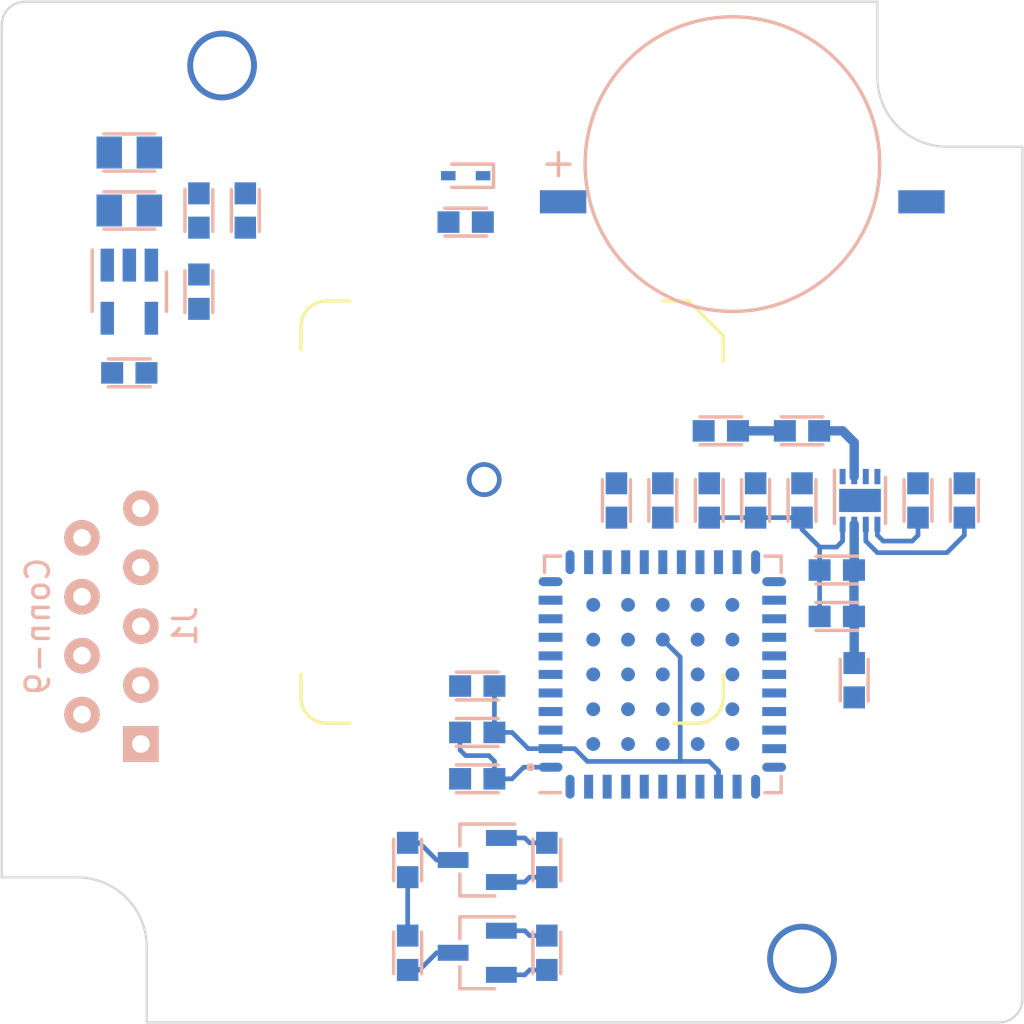
<source format=kicad_pcb>
(kicad_pcb (version 4) (host pcbnew "(2014-12-20 BZR 5331)-product")

  (general
    (links 94)
    (no_connects 67)
    (area 131.375219 75.5726 177.227401 124.2774)
    (thickness 1.6)
    (drawings 12)
    (tracks 67)
    (zones 0)
    (modules 36)
    (nets 30)
  )

  (page A4)
  (title_block
    (title GPS-Puck)
    (date "Friday, January 02, 2015")
    (rev 1.0)
    (company "Aerodyne Labs - http://www.aerodynelabs.com")
    (comment 1 https://github.com/aerodynelabs/gps-puck)
    (comment 2 "Ethan Harstad - eharstad@aerodynelabs.com")
    (comment 3 "License: CC-BY-SA")
  )

  (layers
    (0 F.Cu signal)
    (31 B.Cu signal)
    (32 B.Adhes user)
    (33 F.Adhes user)
    (34 B.Paste user)
    (35 F.Paste user)
    (36 B.SilkS user hide)
    (37 F.SilkS user hide)
    (38 B.Mask user)
    (39 F.Mask user)
    (40 Dwgs.User user)
    (41 Cmts.User user)
    (44 Edge.Cuts user)
    (45 Margin user)
    (46 B.CrtYd user hide)
    (47 F.CrtYd user hide)
    (48 B.Fab user)
    (49 F.Fab user)
  )

  (setup
    (last_trace_width 0.2032)
    (trace_clearance 0.1524)
    (zone_clearance 0.1524)
    (zone_45_only no)
    (trace_min 0.1524)
    (segment_width 0.2)
    (edge_width 0.1)
    (via_size 0.889)
    (via_drill 0.635)
    (via_min_size 0.889)
    (via_min_drill 0.508)
    (uvia_size 0.508)
    (uvia_drill 0.127)
    (uvias_allowed no)
    (uvia_min_size 0.508)
    (uvia_min_drill 0.127)
    (pcb_text_width 0.3)
    (pcb_text_size 1.5 1.5)
    (mod_edge_width 0.15)
    (mod_text_size 1 1)
    (mod_text_width 0.15)
    (pad_size 1.5 1.5)
    (pad_drill 0.6)
    (pad_to_mask_clearance 0)
    (aux_axis_origin 0 0)
    (visible_elements 7FFFFF7F)
    (pcbplotparams
      (layerselection 0x00030_80000001)
      (usegerberextensions false)
      (excludeedgelayer true)
      (linewidth 0.100000)
      (plotframeref false)
      (viasonmask false)
      (mode 1)
      (useauxorigin false)
      (hpglpennumber 1)
      (hpglpenspeed 20)
      (hpglpendiameter 15)
      (hpglpenoverlay 2)
      (psnegative false)
      (psa4output false)
      (plotreference true)
      (plotvalue true)
      (plotinvisibletext false)
      (padsonsilk false)
      (subtractmaskfromsilk false)
      (outputformat 1)
      (mirror false)
      (drillshape 1)
      (scaleselection 1)
      (outputdirectory ""))
  )

  (net 0 "")
  (net 1 +3V3)
  (net 2 GND)
  (net 3 "Net-(C2-Pad1)")
  (net 4 GNDA)
  (net 5 "Net-(R3-Pad1)")
  (net 6 "Net-(U1-Pad7)")
  (net 7 /BS1)
  (net 8 "Net-(U1-Pad17)")
  (net 9 /BS0)
  (net 10 /PPS)
  (net 11 /RX)
  (net 12 /TX)
  (net 13 /GPS0)
  (net 14 /GPS4)
  (net 15 /GPS3)
  (net 16 /GPS1)
  (net 17 /GPS2)
  (net 18 "Net-(B1-Pad1)")
  (net 19 VCOM)
  (net 20 "Net-(C10-Pad1)")
  (net 21 "Net-(C11-Pad2)")
  (net 22 "Net-(L3-Pad1)")
  (net 23 "Net-(J1-Pad1)")
  (net 24 /TxO)
  (net 25 /RxI)
  (net 26 "Net-(J1-Pad6)")
  (net 27 "Net-(J1-Pad7)")
  (net 28 "Net-(J1-Pad8)")
  (net 29 "Net-(J1-Pad9)")

  (net_class Default "This is the default net class."
    (clearance 0.1524)
    (trace_width 0.2032)
    (via_dia 0.889)
    (via_drill 0.635)
    (uvia_dia 0.508)
    (uvia_drill 0.127)
    (add_net +3V3)
    (add_net /BS0)
    (add_net /BS1)
    (add_net /PPS)
    (add_net /RX)
    (add_net /RxI)
    (add_net /TX)
    (add_net /TxO)
    (add_net GND)
    (add_net GNDA)
    (add_net "Net-(B1-Pad1)")
    (add_net "Net-(C10-Pad1)")
    (add_net "Net-(C11-Pad2)")
    (add_net "Net-(C2-Pad1)")
    (add_net "Net-(J1-Pad1)")
    (add_net "Net-(J1-Pad6)")
    (add_net "Net-(J1-Pad7)")
    (add_net "Net-(J1-Pad8)")
    (add_net "Net-(J1-Pad9)")
    (add_net "Net-(L3-Pad1)")
    (add_net "Net-(R3-Pad1)")
    (add_net "Net-(U1-Pad17)")
    (add_net "Net-(U1-Pad7)")
    (add_net VCOM)
  )

  (net_class GPS ""
    (clearance 0.1524)
    (trace_width 0.4064)
    (via_dia 0.889)
    (via_drill 0.635)
    (uvia_dia 0.508)
    (uvia_drill 0.127)
    (add_net /GPS0)
    (add_net /GPS1)
    (add_net /GPS2)
    (add_net /GPS3)
    (add_net /GPS4)
  )

  (module Boards:Board_Hammond-1551RFL locked (layer F.Cu) (tedit 54A5E8B4) (tstamp 54A5E89E)
    (at 155 100)
    (fp_text reference Board_Hammond-1551RFL (at 0 23) (layer F.SilkS) hide
      (effects (font (size 1.5 1.5) (thickness 0.15)))
    )
    (fp_text value Board (at 0 -23) (layer F.SilkS) hide
      (effects (font (size 1.5 1.5) (thickness 0.15)))
    )
    (fp_line (start -18.75 15.75) (end -22 15.75) (layer F.Fab) (width 0.15))
    (fp_line (start -22 15.75) (end -22 -21) (layer F.Fab) (width 0.15))
    (fp_line (start -15.75 18.75) (end -15.75 22) (layer F.Fab) (width 0.15))
    (fp_line (start -15.75 22) (end 21 22) (layer F.Fab) (width 0.15))
    (fp_line (start 18.75 -15.75) (end 22 -15.75) (layer F.Fab) (width 0.15))
    (fp_line (start 22 -15.75) (end 22 21) (layer F.Fab) (width 0.15))
    (fp_line (start 15.75 -18.75) (end 15.75 -22) (layer F.Fab) (width 0.15))
    (fp_line (start 15.75 -22) (end -21 -22) (layer F.Fab) (width 0.15))
    (fp_arc (start -18.75 18.75) (end -18.75 15.75) (angle 90) (layer F.Fab) (width 0.15))
    (fp_arc (start 18.75 -18.75) (end 18.75 -15.75) (angle 90) (layer F.Fab) (width 0.15))
    (fp_arc (start 21 21) (end 22 21) (angle 90) (layer F.Fab) (width 0.15))
    (fp_arc (start -21 -21) (end -22 -21) (angle 90) (layer F.Fab) (width 0.15))
    (pad M1 thru_hole circle (at -12.5 -19.25) (size 3 3) (drill 2.5) (layers *.Cu *.Mask))
    (pad M2 thru_hole circle (at 12.5 19.25) (size 3 3) (drill 2.5) (layers *.Cu *.Mask))
  )

  (module Custom:Antenna_APAE1575R1840BADB1F locked (layer F.Cu) (tedit 54A60400) (tstamp 54A5EC04)
    (at 155 100)
    (path /54A5E642)
    (fp_text reference AE1 (at 0 10) (layer F.SilkS) hide
      (effects (font (size 1 1) (thickness 0.15)))
    )
    (fp_text value Antenna (at 0 0.5) (layer F.SilkS) hide
      (effects (font (size 1 1) (thickness 0.15)))
    )
    (fp_line (start 9.1 8) (end 9.1 7) (layer F.SilkS) (width 0.15))
    (fp_line (start 8 9.1) (end 7 9.1) (layer F.SilkS) (width 0.15))
    (fp_line (start -8 9.1) (end -7 9.1) (layer F.SilkS) (width 0.15))
    (fp_line (start -9.1 8) (end -9.1 7) (layer F.SilkS) (width 0.15))
    (fp_line (start -9.1 -8) (end -9.1 -7) (layer F.SilkS) (width 0.15))
    (fp_line (start -8 -9.1) (end -7 -9.1) (layer F.SilkS) (width 0.15))
    (fp_arc (start -8 -8) (end -9.1 -8) (angle 90) (layer F.SilkS) (width 0.15))
    (fp_arc (start -8 8) (end -8 9.1) (angle 90) (layer F.SilkS) (width 0.15))
    (fp_arc (start 8 8) (end 9.1 8) (angle 90) (layer F.SilkS) (width 0.15))
    (fp_line (start 6.5 -9.1) (end 7.6 -9.1) (layer F.SilkS) (width 0.15))
    (fp_line (start 7.6 -9.1) (end 9.1 -7.6) (layer F.SilkS) (width 0.15))
    (fp_line (start 9.1 -7.6) (end 9.1 -6.5) (layer F.SilkS) (width 0.15))
    (fp_line (start -8 -8) (end 7 -8) (layer F.Fab) (width 0.15))
    (fp_line (start 7 -8) (end 8 -7) (layer F.Fab) (width 0.15))
    (fp_line (start 8 -7) (end 8 8) (layer F.Fab) (width 0.15))
    (fp_line (start 8 8) (end -8 8) (layer F.Fab) (width 0.15))
    (fp_line (start -8 8) (end -8 -8) (layer F.Fab) (width 0.15))
    (fp_line (start -8 -9) (end 7.5 -9) (layer F.Fab) (width 0.15))
    (fp_line (start 7.5 -9) (end 9 -7.5) (layer F.Fab) (width 0.15))
    (fp_line (start 9 -7.5) (end 9 8) (layer F.Fab) (width 0.15))
    (fp_line (start -9 8) (end -9 -8) (layer F.Fab) (width 0.15))
    (fp_line (start 8 9) (end -8 9) (layer F.Fab) (width 0.15))
    (fp_arc (start 8 8) (end 9 8) (angle 90) (layer F.Fab) (width 0.15))
    (fp_arc (start -8 8) (end -8 9) (angle 90) (layer F.Fab) (width 0.15))
    (fp_arc (start -8 -8) (end -9 -8) (angle 90) (layer F.Fab) (width 0.15))
    (pad 1 thru_hole circle (at -1.2 -1.4) (size 1.5 1.5) (drill 1.1) (layers *.Cu *.Mask)
      (net 13 /GPS0))
    (model Custom/Antenna_APAE1575R1840BADB1F.wrl
      (at (xyz 0 0 0))
      (scale (xyz 0.393701 0.393701 0.393701))
      (rotate (xyz 0 0 0))
    )
  )

  (module Capacitors:CAPC1608N (layer B.Cu) (tedit 548F655D) (tstamp 54A5EC0A)
    (at 153.5 107.5 180)
    (path /54A5F8F5)
    (fp_text reference C1 (at 0 1.5 180) (layer B.SilkS) hide
      (effects (font (size 1 1) (thickness 0.15)) (justify mirror))
    )
    (fp_text value 1uF (at 0 -1.5 180) (layer B.SilkS) hide
      (effects (font (size 1 1) (thickness 0.15)) (justify mirror))
    )
    (fp_line (start 0.9 -0.6) (end -0.9 -0.6) (layer B.SilkS) (width 0.15))
    (fp_line (start -0.9 0.6) (end 0.9 0.6) (layer B.SilkS) (width 0.15))
    (fp_line (start 0.45 0.4) (end 0.45 -0.4) (layer B.Fab) (width 0.15))
    (fp_line (start -0.45 -0.4) (end -0.45 0.4) (layer B.Fab) (width 0.15))
    (fp_line (start -0.8 0.4) (end -0.8 -0.4) (layer B.Fab) (width 0.15))
    (fp_line (start -0.8 -0.4) (end 0.8 -0.4) (layer B.Fab) (width 0.15))
    (fp_line (start 0.8 -0.4) (end 0.8 0.4) (layer B.Fab) (width 0.15))
    (fp_line (start 0.8 0.4) (end -0.8 0.4) (layer B.Fab) (width 0.15))
    (fp_line (start -1.5 0.8) (end -1.5 -0.8) (layer B.CrtYd) (width 0.15))
    (fp_line (start -1.5 -0.8) (end 1.5 -0.8) (layer B.CrtYd) (width 0.15))
    (fp_line (start 1.5 -0.8) (end 1.5 0.8) (layer B.CrtYd) (width 0.15))
    (fp_line (start 1.5 0.8) (end -1.5 0.8) (layer B.CrtYd) (width 0.15))
    (pad 1 smd rect (at -0.74 0 180) (size 0.95 0.93) (layers B.Cu B.Paste B.Mask)
      (net 1 +3V3))
    (pad 2 smd rect (at 0.74 0 180) (size 0.95 0.93) (layers B.Cu B.Paste B.Mask)
      (net 2 GND))
    (model Capacitors/CAPC1608X90.wrl
      (at (xyz 0 0 0))
      (scale (xyz 0.393701 0.393701 0.393701))
      (rotate (xyz 0 0 0))
    )
  )

  (module Capacitors:CAPC1608N (layer B.Cu) (tedit 548F655D) (tstamp 54A5EC10)
    (at 153.5 111.5 180)
    (path /54A5FA82)
    (fp_text reference C2 (at 0 1.5 180) (layer B.SilkS) hide
      (effects (font (size 1 1) (thickness 0.15)) (justify mirror))
    )
    (fp_text value 1uF (at 0 -1.5 180) (layer B.SilkS) hide
      (effects (font (size 1 1) (thickness 0.15)) (justify mirror))
    )
    (fp_line (start 0.9 -0.6) (end -0.9 -0.6) (layer B.SilkS) (width 0.15))
    (fp_line (start -0.9 0.6) (end 0.9 0.6) (layer B.SilkS) (width 0.15))
    (fp_line (start 0.45 0.4) (end 0.45 -0.4) (layer B.Fab) (width 0.15))
    (fp_line (start -0.45 -0.4) (end -0.45 0.4) (layer B.Fab) (width 0.15))
    (fp_line (start -0.8 0.4) (end -0.8 -0.4) (layer B.Fab) (width 0.15))
    (fp_line (start -0.8 -0.4) (end 0.8 -0.4) (layer B.Fab) (width 0.15))
    (fp_line (start 0.8 -0.4) (end 0.8 0.4) (layer B.Fab) (width 0.15))
    (fp_line (start 0.8 0.4) (end -0.8 0.4) (layer B.Fab) (width 0.15))
    (fp_line (start -1.5 0.8) (end -1.5 -0.8) (layer B.CrtYd) (width 0.15))
    (fp_line (start -1.5 -0.8) (end 1.5 -0.8) (layer B.CrtYd) (width 0.15))
    (fp_line (start 1.5 -0.8) (end 1.5 0.8) (layer B.CrtYd) (width 0.15))
    (fp_line (start 1.5 0.8) (end -1.5 0.8) (layer B.CrtYd) (width 0.15))
    (pad 1 smd rect (at -0.74 0 180) (size 0.95 0.93) (layers B.Cu B.Paste B.Mask)
      (net 3 "Net-(C2-Pad1)"))
    (pad 2 smd rect (at 0.74 0 180) (size 0.95 0.93) (layers B.Cu B.Paste B.Mask)
      (net 2 GND))
    (model Capacitors/CAPC1608X90.wrl
      (at (xyz 0 0 0))
      (scale (xyz 0.393701 0.393701 0.393701))
      (rotate (xyz 0 0 0))
    )
  )

  (module Capacitors:CAPC1608N (layer B.Cu) (tedit 548F655D) (tstamp 54A5EC16)
    (at 165.5 99.5 90)
    (path /54A5EF05)
    (fp_text reference C3 (at 0 1.5 90) (layer B.SilkS) hide
      (effects (font (size 1 1) (thickness 0.15)) (justify mirror))
    )
    (fp_text value 0.01uF (at 0 -1.5 90) (layer B.SilkS) hide
      (effects (font (size 1 1) (thickness 0.15)) (justify mirror))
    )
    (fp_line (start 0.9 -0.6) (end -0.9 -0.6) (layer B.SilkS) (width 0.15))
    (fp_line (start -0.9 0.6) (end 0.9 0.6) (layer B.SilkS) (width 0.15))
    (fp_line (start 0.45 0.4) (end 0.45 -0.4) (layer B.Fab) (width 0.15))
    (fp_line (start -0.45 -0.4) (end -0.45 0.4) (layer B.Fab) (width 0.15))
    (fp_line (start -0.8 0.4) (end -0.8 -0.4) (layer B.Fab) (width 0.15))
    (fp_line (start -0.8 -0.4) (end 0.8 -0.4) (layer B.Fab) (width 0.15))
    (fp_line (start 0.8 -0.4) (end 0.8 0.4) (layer B.Fab) (width 0.15))
    (fp_line (start 0.8 0.4) (end -0.8 0.4) (layer B.Fab) (width 0.15))
    (fp_line (start -1.5 0.8) (end -1.5 -0.8) (layer B.CrtYd) (width 0.15))
    (fp_line (start -1.5 -0.8) (end 1.5 -0.8) (layer B.CrtYd) (width 0.15))
    (fp_line (start 1.5 -0.8) (end 1.5 0.8) (layer B.CrtYd) (width 0.15))
    (fp_line (start 1.5 0.8) (end -1.5 0.8) (layer B.CrtYd) (width 0.15))
    (pad 1 smd rect (at -0.74 0 90) (size 0.95 0.93) (layers B.Cu B.Paste B.Mask)
      (net 1 +3V3))
    (pad 2 smd rect (at 0.74 0 90) (size 0.95 0.93) (layers B.Cu B.Paste B.Mask)
      (net 4 GNDA))
    (model Capacitors/CAPC1608X90.wrl
      (at (xyz 0 0 0))
      (scale (xyz 0.393701 0.393701 0.393701))
      (rotate (xyz 0 0 0))
    )
  )

  (module Capacitors:CAPC1608N (layer B.Cu) (tedit 548F655D) (tstamp 54A5EC1C)
    (at 169.75 107.25 90)
    (path /54A5F666)
    (fp_text reference C4 (at 0 1.5 90) (layer B.SilkS) hide
      (effects (font (size 1 1) (thickness 0.15)) (justify mirror))
    )
    (fp_text value 3.6pF (at 0 -1.5 90) (layer B.SilkS) hide
      (effects (font (size 1 1) (thickness 0.15)) (justify mirror))
    )
    (fp_line (start 0.9 -0.6) (end -0.9 -0.6) (layer B.SilkS) (width 0.15))
    (fp_line (start -0.9 0.6) (end 0.9 0.6) (layer B.SilkS) (width 0.15))
    (fp_line (start 0.45 0.4) (end 0.45 -0.4) (layer B.Fab) (width 0.15))
    (fp_line (start -0.45 -0.4) (end -0.45 0.4) (layer B.Fab) (width 0.15))
    (fp_line (start -0.8 0.4) (end -0.8 -0.4) (layer B.Fab) (width 0.15))
    (fp_line (start -0.8 -0.4) (end 0.8 -0.4) (layer B.Fab) (width 0.15))
    (fp_line (start 0.8 -0.4) (end 0.8 0.4) (layer B.Fab) (width 0.15))
    (fp_line (start 0.8 0.4) (end -0.8 0.4) (layer B.Fab) (width 0.15))
    (fp_line (start -1.5 0.8) (end -1.5 -0.8) (layer B.CrtYd) (width 0.15))
    (fp_line (start -1.5 -0.8) (end 1.5 -0.8) (layer B.CrtYd) (width 0.15))
    (fp_line (start 1.5 -0.8) (end 1.5 0.8) (layer B.CrtYd) (width 0.15))
    (fp_line (start 1.5 0.8) (end -1.5 0.8) (layer B.CrtYd) (width 0.15))
    (pad 1 smd rect (at -0.74 0 90) (size 0.95 0.93) (layers B.Cu B.Paste B.Mask)
      (net 14 /GPS4))
    (pad 2 smd rect (at 0.74 0 90) (size 0.95 0.93) (layers B.Cu B.Paste B.Mask)
      (net 15 /GPS3))
    (model Capacitors/CAPC1608X90.wrl
      (at (xyz 0 0 0))
      (scale (xyz 0.393701 0.393701 0.393701))
      (rotate (xyz 0 0 0))
    )
  )

  (module Capacitors:CAPC1608N (layer B.Cu) (tedit 548F655D) (tstamp 54A5F9C7)
    (at 167.5 99.5 90)
    (path /54A5EE84)
    (fp_text reference C5 (at 0 1.5 90) (layer B.SilkS) hide
      (effects (font (size 1 1) (thickness 0.15)) (justify mirror))
    )
    (fp_text value 22pF (at 0 -1.5 90) (layer B.SilkS) hide
      (effects (font (size 1 1) (thickness 0.15)) (justify mirror))
    )
    (fp_line (start 0.9 -0.6) (end -0.9 -0.6) (layer B.SilkS) (width 0.15))
    (fp_line (start -0.9 0.6) (end 0.9 0.6) (layer B.SilkS) (width 0.15))
    (fp_line (start 0.45 0.4) (end 0.45 -0.4) (layer B.Fab) (width 0.15))
    (fp_line (start -0.45 -0.4) (end -0.45 0.4) (layer B.Fab) (width 0.15))
    (fp_line (start -0.8 0.4) (end -0.8 -0.4) (layer B.Fab) (width 0.15))
    (fp_line (start -0.8 -0.4) (end 0.8 -0.4) (layer B.Fab) (width 0.15))
    (fp_line (start 0.8 -0.4) (end 0.8 0.4) (layer B.Fab) (width 0.15))
    (fp_line (start 0.8 0.4) (end -0.8 0.4) (layer B.Fab) (width 0.15))
    (fp_line (start -1.5 0.8) (end -1.5 -0.8) (layer B.CrtYd) (width 0.15))
    (fp_line (start -1.5 -0.8) (end 1.5 -0.8) (layer B.CrtYd) (width 0.15))
    (fp_line (start 1.5 -0.8) (end 1.5 0.8) (layer B.CrtYd) (width 0.15))
    (fp_line (start 1.5 0.8) (end -1.5 0.8) (layer B.CrtYd) (width 0.15))
    (pad 1 smd rect (at -0.74 0 90) (size 0.95 0.93) (layers B.Cu B.Paste B.Mask)
      (net 1 +3V3))
    (pad 2 smd rect (at 0.74 0 90) (size 0.95 0.93) (layers B.Cu B.Paste B.Mask)
      (net 4 GNDA))
    (model Capacitors/CAPC1608X90.wrl
      (at (xyz 0 0 0))
      (scale (xyz 0.393701 0.393701 0.393701))
      (rotate (xyz 0 0 0))
    )
  )

  (module Capacitors:CAPC1608N (layer B.Cu) (tedit 548F655D) (tstamp 54A5EC28)
    (at 163.5 99.5 90)
    (path /54A5EF75)
    (fp_text reference C6 (at 0 1.5 90) (layer B.SilkS) hide
      (effects (font (size 1 1) (thickness 0.15)) (justify mirror))
    )
    (fp_text value 1uF (at 0 -1.5 90) (layer B.SilkS) hide
      (effects (font (size 1 1) (thickness 0.15)) (justify mirror))
    )
    (fp_line (start 0.9 -0.6) (end -0.9 -0.6) (layer B.SilkS) (width 0.15))
    (fp_line (start -0.9 0.6) (end 0.9 0.6) (layer B.SilkS) (width 0.15))
    (fp_line (start 0.45 0.4) (end 0.45 -0.4) (layer B.Fab) (width 0.15))
    (fp_line (start -0.45 -0.4) (end -0.45 0.4) (layer B.Fab) (width 0.15))
    (fp_line (start -0.8 0.4) (end -0.8 -0.4) (layer B.Fab) (width 0.15))
    (fp_line (start -0.8 -0.4) (end 0.8 -0.4) (layer B.Fab) (width 0.15))
    (fp_line (start 0.8 -0.4) (end 0.8 0.4) (layer B.Fab) (width 0.15))
    (fp_line (start 0.8 0.4) (end -0.8 0.4) (layer B.Fab) (width 0.15))
    (fp_line (start -1.5 0.8) (end -1.5 -0.8) (layer B.CrtYd) (width 0.15))
    (fp_line (start -1.5 -0.8) (end 1.5 -0.8) (layer B.CrtYd) (width 0.15))
    (fp_line (start 1.5 -0.8) (end 1.5 0.8) (layer B.CrtYd) (width 0.15))
    (fp_line (start 1.5 0.8) (end -1.5 0.8) (layer B.CrtYd) (width 0.15))
    (pad 1 smd rect (at -0.74 0 90) (size 0.95 0.93) (layers B.Cu B.Paste B.Mask)
      (net 1 +3V3))
    (pad 2 smd rect (at 0.74 0 90) (size 0.95 0.93) (layers B.Cu B.Paste B.Mask)
      (net 4 GNDA))
    (model Capacitors/CAPC1608X90.wrl
      (at (xyz 0 0 0))
      (scale (xyz 0.393701 0.393701 0.393701))
      (rotate (xyz 0 0 0))
    )
  )

  (module Capacitors:CAPC1608N (layer B.Cu) (tedit 548F655D) (tstamp 54A5EC2E)
    (at 172.5 99.5 90)
    (path /54A5F075)
    (fp_text reference C7 (at 0 1.5 90) (layer B.SilkS) hide
      (effects (font (size 1 1) (thickness 0.15)) (justify mirror))
    )
    (fp_text value 1uF (at 0 -1.5 90) (layer B.SilkS) hide
      (effects (font (size 1 1) (thickness 0.15)) (justify mirror))
    )
    (fp_line (start 0.9 -0.6) (end -0.9 -0.6) (layer B.SilkS) (width 0.15))
    (fp_line (start -0.9 0.6) (end 0.9 0.6) (layer B.SilkS) (width 0.15))
    (fp_line (start 0.45 0.4) (end 0.45 -0.4) (layer B.Fab) (width 0.15))
    (fp_line (start -0.45 -0.4) (end -0.45 0.4) (layer B.Fab) (width 0.15))
    (fp_line (start -0.8 0.4) (end -0.8 -0.4) (layer B.Fab) (width 0.15))
    (fp_line (start -0.8 -0.4) (end 0.8 -0.4) (layer B.Fab) (width 0.15))
    (fp_line (start 0.8 -0.4) (end 0.8 0.4) (layer B.Fab) (width 0.15))
    (fp_line (start 0.8 0.4) (end -0.8 0.4) (layer B.Fab) (width 0.15))
    (fp_line (start -1.5 0.8) (end -1.5 -0.8) (layer B.CrtYd) (width 0.15))
    (fp_line (start -1.5 -0.8) (end 1.5 -0.8) (layer B.CrtYd) (width 0.15))
    (fp_line (start 1.5 -0.8) (end 1.5 0.8) (layer B.CrtYd) (width 0.15))
    (fp_line (start 1.5 0.8) (end -1.5 0.8) (layer B.CrtYd) (width 0.15))
    (pad 1 smd rect (at -0.74 0 90) (size 0.95 0.93) (layers B.Cu B.Paste B.Mask)
      (net 1 +3V3))
    (pad 2 smd rect (at 0.74 0 90) (size 0.95 0.93) (layers B.Cu B.Paste B.Mask)
      (net 4 GNDA))
    (model Capacitors/CAPC1608X90.wrl
      (at (xyz 0 0 0))
      (scale (xyz 0.393701 0.393701 0.393701))
      (rotate (xyz 0 0 0))
    )
  )

  (module Capacitors:CAPC1608N (layer B.Cu) (tedit 548F655D) (tstamp 54A5EC34)
    (at 164 96.5)
    (path /54A5E72E)
    (fp_text reference C8 (at 0 1.5) (layer B.SilkS) hide
      (effects (font (size 1 1) (thickness 0.15)) (justify mirror))
    )
    (fp_text value 22nF (at 0 -1.5) (layer B.SilkS) hide
      (effects (font (size 1 1) (thickness 0.15)) (justify mirror))
    )
    (fp_line (start 0.9 -0.6) (end -0.9 -0.6) (layer B.SilkS) (width 0.15))
    (fp_line (start -0.9 0.6) (end 0.9 0.6) (layer B.SilkS) (width 0.15))
    (fp_line (start 0.45 0.4) (end 0.45 -0.4) (layer B.Fab) (width 0.15))
    (fp_line (start -0.45 -0.4) (end -0.45 0.4) (layer B.Fab) (width 0.15))
    (fp_line (start -0.8 0.4) (end -0.8 -0.4) (layer B.Fab) (width 0.15))
    (fp_line (start -0.8 -0.4) (end 0.8 -0.4) (layer B.Fab) (width 0.15))
    (fp_line (start 0.8 -0.4) (end 0.8 0.4) (layer B.Fab) (width 0.15))
    (fp_line (start 0.8 0.4) (end -0.8 0.4) (layer B.Fab) (width 0.15))
    (fp_line (start -1.5 0.8) (end -1.5 -0.8) (layer B.CrtYd) (width 0.15))
    (fp_line (start -1.5 -0.8) (end 1.5 -0.8) (layer B.CrtYd) (width 0.15))
    (fp_line (start 1.5 -0.8) (end 1.5 0.8) (layer B.CrtYd) (width 0.15))
    (fp_line (start 1.5 0.8) (end -1.5 0.8) (layer B.CrtYd) (width 0.15))
    (pad 1 smd rect (at -0.74 0) (size 0.95 0.93) (layers B.Cu B.Paste B.Mask)
      (net 13 /GPS0))
    (pad 2 smd rect (at 0.74 0) (size 0.95 0.93) (layers B.Cu B.Paste B.Mask)
      (net 16 /GPS1))
    (model Capacitors/CAPC1608X90.wrl
      (at (xyz 0 0 0))
      (scale (xyz 0.393701 0.393701 0.393701))
      (rotate (xyz 0 0 0))
    )
  )

  (module Inductors:INDC1608N (layer B.Cu) (tedit 54949F5B) (tstamp 54A5EC3A)
    (at 169 104.5)
    (path /54A5EC02)
    (fp_text reference L1 (at 0 1.5) (layer B.SilkS) hide
      (effects (font (size 1 1) (thickness 0.15)) (justify mirror))
    )
    (fp_text value 8.2nH (at 0 -1.5) (layer B.SilkS) hide
      (effects (font (size 1 1) (thickness 0.15)) (justify mirror))
    )
    (fp_line (start 0.9 -0.6) (end -0.9 -0.6) (layer B.SilkS) (width 0.15))
    (fp_line (start -0.9 0.6) (end 0.9 0.6) (layer B.SilkS) (width 0.15))
    (fp_line (start 0.45 0.4) (end 0.45 -0.4) (layer B.Fab) (width 0.15))
    (fp_line (start -0.45 -0.4) (end -0.45 0.4) (layer B.Fab) (width 0.15))
    (fp_line (start -0.8 0.4) (end -0.8 -0.4) (layer B.Fab) (width 0.15))
    (fp_line (start -0.8 -0.4) (end 0.8 -0.4) (layer B.Fab) (width 0.15))
    (fp_line (start 0.8 -0.4) (end 0.8 0.4) (layer B.Fab) (width 0.15))
    (fp_line (start 0.8 0.4) (end -0.8 0.4) (layer B.Fab) (width 0.15))
    (fp_line (start -1.5 0.8) (end -1.5 -0.8) (layer B.CrtYd) (width 0.15))
    (fp_line (start -1.5 -0.8) (end 1.5 -0.8) (layer B.CrtYd) (width 0.15))
    (fp_line (start 1.5 -0.8) (end 1.5 0.8) (layer B.CrtYd) (width 0.15))
    (fp_line (start 1.5 0.8) (end -1.5 0.8) (layer B.CrtYd) (width 0.15))
    (pad 1 smd rect (at -0.74 0) (size 0.95 0.93) (layers B.Cu B.Paste B.Mask)
      (net 1 +3V3))
    (pad 2 smd rect (at 0.74 0) (size 0.95 0.93) (layers B.Cu B.Paste B.Mask)
      (net 15 /GPS3))
    (model Inductors/INDC1608X90.wrl
      (at (xyz 0 0 0))
      (scale (xyz 0.393701 0.393701 0.393701))
      (rotate (xyz 0 0 0))
    )
  )

  (module Inductors:INDC1608N (layer B.Cu) (tedit 54949F5B) (tstamp 54A5EC40)
    (at 167.5 96.5 180)
    (path /54A5E7AD)
    (fp_text reference L2 (at 0 1.5 180) (layer B.SilkS) hide
      (effects (font (size 1 1) (thickness 0.15)) (justify mirror))
    )
    (fp_text value 2.2nH (at 0 -1.5 180) (layer B.SilkS) hide
      (effects (font (size 1 1) (thickness 0.15)) (justify mirror))
    )
    (fp_line (start 0.9 -0.6) (end -0.9 -0.6) (layer B.SilkS) (width 0.15))
    (fp_line (start -0.9 0.6) (end 0.9 0.6) (layer B.SilkS) (width 0.15))
    (fp_line (start 0.45 0.4) (end 0.45 -0.4) (layer B.Fab) (width 0.15))
    (fp_line (start -0.45 -0.4) (end -0.45 0.4) (layer B.Fab) (width 0.15))
    (fp_line (start -0.8 0.4) (end -0.8 -0.4) (layer B.Fab) (width 0.15))
    (fp_line (start -0.8 -0.4) (end 0.8 -0.4) (layer B.Fab) (width 0.15))
    (fp_line (start 0.8 -0.4) (end 0.8 0.4) (layer B.Fab) (width 0.15))
    (fp_line (start 0.8 0.4) (end -0.8 0.4) (layer B.Fab) (width 0.15))
    (fp_line (start -1.5 0.8) (end -1.5 -0.8) (layer B.CrtYd) (width 0.15))
    (fp_line (start -1.5 -0.8) (end 1.5 -0.8) (layer B.CrtYd) (width 0.15))
    (fp_line (start 1.5 -0.8) (end 1.5 0.8) (layer B.CrtYd) (width 0.15))
    (fp_line (start 1.5 0.8) (end -1.5 0.8) (layer B.CrtYd) (width 0.15))
    (pad 1 smd rect (at -0.74 0 180) (size 0.95 0.93) (layers B.Cu B.Paste B.Mask)
      (net 17 /GPS2))
    (pad 2 smd rect (at 0.74 0 180) (size 0.95 0.93) (layers B.Cu B.Paste B.Mask)
      (net 16 /GPS1))
    (model Inductors/INDC1608X90.wrl
      (at (xyz 0 0 0))
      (scale (xyz 0.393701 0.393701 0.393701))
      (rotate (xyz 0 0 0))
    )
  )

  (module Resistors:RESC1608N (layer B.Cu) (tedit 54949E62) (tstamp 54A5EC46)
    (at 153.5 109.5 180)
    (path /54A5FAC8)
    (fp_text reference R1 (at 0 1.5 180) (layer B.SilkS) hide
      (effects (font (size 1 1) (thickness 0.15)) (justify mirror))
    )
    (fp_text value 33k (at 0 -1.5 180) (layer B.SilkS) hide
      (effects (font (size 1 1) (thickness 0.15)) (justify mirror))
    )
    (fp_line (start 0.9 -0.6) (end -0.9 -0.6) (layer B.SilkS) (width 0.15))
    (fp_line (start -0.9 0.6) (end 0.9 0.6) (layer B.SilkS) (width 0.15))
    (fp_line (start 0.45 0.4) (end 0.45 -0.4) (layer B.Fab) (width 0.15))
    (fp_line (start -0.45 -0.4) (end -0.45 0.4) (layer B.Fab) (width 0.15))
    (fp_line (start -0.8 0.4) (end -0.8 -0.4) (layer B.Fab) (width 0.15))
    (fp_line (start -0.8 -0.4) (end 0.8 -0.4) (layer B.Fab) (width 0.15))
    (fp_line (start 0.8 -0.4) (end 0.8 0.4) (layer B.Fab) (width 0.15))
    (fp_line (start 0.8 0.4) (end -0.8 0.4) (layer B.Fab) (width 0.15))
    (fp_line (start -1.5 0.8) (end -1.5 -0.8) (layer B.CrtYd) (width 0.15))
    (fp_line (start -1.5 -0.8) (end 1.5 -0.8) (layer B.CrtYd) (width 0.15))
    (fp_line (start 1.5 -0.8) (end 1.5 0.8) (layer B.CrtYd) (width 0.15))
    (fp_line (start 1.5 0.8) (end -1.5 0.8) (layer B.CrtYd) (width 0.15))
    (pad 1 smd rect (at -0.74 0 180) (size 0.95 0.93) (layers B.Cu B.Paste B.Mask)
      (net 1 +3V3))
    (pad 2 smd rect (at 0.74 0 180) (size 0.95 0.93) (layers B.Cu B.Paste B.Mask)
      (net 3 "Net-(C2-Pad1)"))
    (model Resistors/RESC1608X55N.wrl
      (at (xyz 0 0 0))
      (scale (xyz 0.393701 0.393701 0.393701))
      (rotate (xyz 0 0 0))
    )
  )

  (module Resistors:RESC1608N (layer B.Cu) (tedit 54949E62) (tstamp 54A5EC4C)
    (at 169 102.5)
    (path /54A5EB8F)
    (fp_text reference R2 (at 0 1.5) (layer B.SilkS) hide
      (effects (font (size 1 1) (thickness 0.15)) (justify mirror))
    )
    (fp_text value 180 (at 0 -1.5) (layer B.SilkS) hide
      (effects (font (size 1 1) (thickness 0.15)) (justify mirror))
    )
    (fp_line (start 0.9 -0.6) (end -0.9 -0.6) (layer B.SilkS) (width 0.15))
    (fp_line (start -0.9 0.6) (end 0.9 0.6) (layer B.SilkS) (width 0.15))
    (fp_line (start 0.45 0.4) (end 0.45 -0.4) (layer B.Fab) (width 0.15))
    (fp_line (start -0.45 -0.4) (end -0.45 0.4) (layer B.Fab) (width 0.15))
    (fp_line (start -0.8 0.4) (end -0.8 -0.4) (layer B.Fab) (width 0.15))
    (fp_line (start -0.8 -0.4) (end 0.8 -0.4) (layer B.Fab) (width 0.15))
    (fp_line (start 0.8 -0.4) (end 0.8 0.4) (layer B.Fab) (width 0.15))
    (fp_line (start 0.8 0.4) (end -0.8 0.4) (layer B.Fab) (width 0.15))
    (fp_line (start -1.5 0.8) (end -1.5 -0.8) (layer B.CrtYd) (width 0.15))
    (fp_line (start -1.5 -0.8) (end 1.5 -0.8) (layer B.CrtYd) (width 0.15))
    (fp_line (start 1.5 -0.8) (end 1.5 0.8) (layer B.CrtYd) (width 0.15))
    (fp_line (start 1.5 0.8) (end -1.5 0.8) (layer B.CrtYd) (width 0.15))
    (pad 1 smd rect (at -0.74 0) (size 0.95 0.93) (layers B.Cu B.Paste B.Mask)
      (net 1 +3V3))
    (pad 2 smd rect (at 0.74 0) (size 0.95 0.93) (layers B.Cu B.Paste B.Mask)
      (net 15 /GPS3))
    (model Resistors/RESC1608X55N.wrl
      (at (xyz 0 0 0))
      (scale (xyz 0.393701 0.393701 0.393701))
      (rotate (xyz 0 0 0))
    )
  )

  (module Resistors:RESC1608N (layer B.Cu) (tedit 54949E62) (tstamp 54A5EC52)
    (at 174.5 99.5 90)
    (path /54A5E86D)
    (fp_text reference R3 (at 0 1.5 90) (layer B.SilkS) hide
      (effects (font (size 1 1) (thickness 0.15)) (justify mirror))
    )
    (fp_text value 4.7k (at 0 -1.5 90) (layer B.SilkS) hide
      (effects (font (size 1 1) (thickness 0.15)) (justify mirror))
    )
    (fp_line (start 0.9 -0.6) (end -0.9 -0.6) (layer B.SilkS) (width 0.15))
    (fp_line (start -0.9 0.6) (end 0.9 0.6) (layer B.SilkS) (width 0.15))
    (fp_line (start 0.45 0.4) (end 0.45 -0.4) (layer B.Fab) (width 0.15))
    (fp_line (start -0.45 -0.4) (end -0.45 0.4) (layer B.Fab) (width 0.15))
    (fp_line (start -0.8 0.4) (end -0.8 -0.4) (layer B.Fab) (width 0.15))
    (fp_line (start -0.8 -0.4) (end 0.8 -0.4) (layer B.Fab) (width 0.15))
    (fp_line (start 0.8 -0.4) (end 0.8 0.4) (layer B.Fab) (width 0.15))
    (fp_line (start 0.8 0.4) (end -0.8 0.4) (layer B.Fab) (width 0.15))
    (fp_line (start -1.5 0.8) (end -1.5 -0.8) (layer B.CrtYd) (width 0.15))
    (fp_line (start -1.5 -0.8) (end 1.5 -0.8) (layer B.CrtYd) (width 0.15))
    (fp_line (start 1.5 -0.8) (end 1.5 0.8) (layer B.CrtYd) (width 0.15))
    (fp_line (start 1.5 0.8) (end -1.5 0.8) (layer B.CrtYd) (width 0.15))
    (pad 1 smd rect (at -0.74 0 90) (size 0.95 0.93) (layers B.Cu B.Paste B.Mask)
      (net 5 "Net-(R3-Pad1)"))
    (pad 2 smd rect (at 0.74 0 90) (size 0.95 0.93) (layers B.Cu B.Paste B.Mask)
      (net 4 GNDA))
    (model Resistors/RESC1608X55N.wrl
      (at (xyz 0 0 0))
      (scale (xyz 0.393701 0.393701 0.393701))
      (rotate (xyz 0 0 0))
    )
  )

  (module Custom:Sensor_Venus838 (layer B.Cu) (tedit 5497264E) (tstamp 54A60456)
    (at 161.5 107 90)
    (path /54A5E60B)
    (clearance 0.2032)
    (fp_text reference U1 (at -6.5 0 360) (layer B.SilkS) hide
      (effects (font (size 1 1) (thickness 0.15)) (justify mirror))
    )
    (fp_text value Venus838LPx-L (at 6.5 0 360) (layer B.SilkS) hide
      (effects (font (size 1 1) (thickness 0.15)) (justify mirror))
    )
    (fp_circle (center -4 -5.7) (end -4 -5.8) (layer B.SilkS) (width 0.15))
    (fp_line (start -5.1 -4.4) (end -5.1 -5.3) (layer B.SilkS) (width 0.15))
    (fp_line (start 5.1 -4.4) (end 5.1 -5.1) (layer B.SilkS) (width 0.15))
    (fp_line (start 5.1 -5.1) (end 4.4 -5.1) (layer B.SilkS) (width 0.15))
    (fp_line (start 4.4 5.1) (end 5.1 5.1) (layer B.SilkS) (width 0.15))
    (fp_line (start 5.1 5.1) (end 5.1 4.4) (layer B.SilkS) (width 0.15))
    (fp_line (start -5.1 4.4) (end -5.1 5.1) (layer B.SilkS) (width 0.15))
    (fp_line (start -5.1 5.1) (end -4.4 5.1) (layer B.SilkS) (width 0.15))
    (fp_line (start -5.6 5.6) (end 5.6 5.6) (layer B.CrtYd) (width 0.15))
    (fp_line (start 5.6 5.6) (end 5.6 -5.6) (layer B.CrtYd) (width 0.15))
    (fp_line (start 5.6 -5.6) (end -5.6 -5.6) (layer B.CrtYd) (width 0.15))
    (fp_line (start -5.6 -5.6) (end -5.6 5.6) (layer B.CrtYd) (width 0.15))
    (fp_line (start -5 5) (end 5 5) (layer B.Fab) (width 0.15))
    (fp_line (start 5 5) (end 5 -5) (layer B.Fab) (width 0.15))
    (fp_line (start 5 -5) (end -4.5 -5) (layer B.Fab) (width 0.15))
    (fp_line (start -4.5 -5) (end -5 -4.5) (layer B.Fab) (width 0.15))
    (fp_line (start -5 -4.5) (end -5 5) (layer B.Fab) (width 0.15))
    (pad 1 smd oval (at -4 -4.84 90) (size 0.39 1.03) (layers B.Cu B.Paste B.Mask)
      (net 3 "Net-(C2-Pad1)"))
    (pad 2 smd rect (at -3.2 -4.84 90) (size 0.39 1.03) (layers B.Cu B.Paste B.Mask)
      (net 1 +3V3))
    (pad 3 smd rect (at -2.4 -4.84 90) (size 0.39 1.03) (layers B.Cu B.Paste B.Mask))
    (pad 4 smd rect (at -1.6 -4.84 90) (size 0.39 1.03) (layers B.Cu B.Paste B.Mask)
      (net 2 GND))
    (pad 5 smd rect (at -0.8 -4.84 90) (size 0.39 1.03) (layers B.Cu B.Paste B.Mask)
      (net 2 GND))
    (pad 6 smd rect (at 0 -4.84 90) (size 0.39 1.03) (layers B.Cu B.Paste B.Mask)
      (net 2 GND))
    (pad 7 smd rect (at 0.8 -4.84 90) (size 0.39 1.03) (layers B.Cu B.Paste B.Mask)
      (net 6 "Net-(U1-Pad7)"))
    (pad 8 smd rect (at 1.6 -4.84 90) (size 0.39 1.03) (layers B.Cu B.Paste B.Mask)
      (net 1 +3V3))
    (pad 9 smd rect (at 2.4 -4.84 90) (size 0.39 1.03) (layers B.Cu B.Paste B.Mask))
    (pad 10 smd rect (at 3.2 -4.84 90) (size 0.39 1.03) (layers B.Cu B.Paste B.Mask)
      (net 2 GND))
    (pad 11 smd oval (at 4 -4.84 90) (size 0.39 1.03) (layers B.Cu B.Paste B.Mask)
      (net 2 GND))
    (pad 12 smd oval (at 4.84 -4) (size 0.39 1.03) (layers B.Cu B.Paste B.Mask))
    (pad 13 smd rect (at 4.84 -3.2) (size 0.39 1.03) (layers B.Cu B.Paste B.Mask))
    (pad 14 smd rect (at 4.84 -2.4) (size 0.39 1.03) (layers B.Cu B.Paste B.Mask)
      (net 7 /BS1))
    (pad 15 smd rect (at 4.84 -1.6) (size 0.39 1.03) (layers B.Cu B.Paste B.Mask)
      (net 2 GND))
    (pad 16 smd rect (at 4.84 -0.8) (size 0.39 1.03) (layers B.Cu B.Paste B.Mask))
    (pad 17 smd rect (at 4.84 0) (size 0.39 1.03) (layers B.Cu B.Paste B.Mask)
      (net 8 "Net-(U1-Pad17)"))
    (pad 18 smd rect (at 4.84 0.8) (size 0.39 1.03) (layers B.Cu B.Paste B.Mask)
      (net 20 "Net-(C10-Pad1)"))
    (pad 19 smd rect (at 4.84 1.6) (size 0.39 1.03) (layers B.Cu B.Paste B.Mask)
      (net 2 GND))
    (pad 20 smd rect (at 4.84 2.4) (size 0.39 1.03) (layers B.Cu B.Paste B.Mask))
    (pad 21 smd rect (at 4.84 3.2) (size 0.39 1.03) (layers B.Cu B.Paste B.Mask)
      (net 4 GNDA))
    (pad 22 smd oval (at 4.84 4) (size 0.39 1.03) (layers B.Cu B.Paste B.Mask)
      (net 4 GNDA))
    (pad 23 smd oval (at 4 4.8 270) (size 0.39 1.03) (layers B.Cu B.Paste B.Mask))
    (pad 24 smd rect (at 3.2 4.8 270) (size 0.39 1.03) (layers B.Cu B.Paste B.Mask)
      (net 4 GNDA))
    (pad 25 smd rect (at 2.4 4.8 270) (size 0.39 1.03) (layers B.Cu B.Paste B.Mask)
      (net 4 GNDA))
    (pad 26 smd rect (at 1.6 4.8 270) (size 0.39 1.03) (layers B.Cu B.Paste B.Mask))
    (pad 27 smd rect (at 0.8 4.8 270) (size 0.39 1.03) (layers B.Cu B.Paste B.Mask)
      (net 4 GNDA))
    (pad 28 smd rect (at 0 4.8 270) (size 0.39 1.03) (layers B.Cu B.Paste B.Mask)
      (net 4 GNDA))
    (pad 29 smd rect (at -0.8 4.8 270) (size 0.39 1.03) (layers B.Cu B.Paste B.Mask)
      (net 4 GNDA))
    (pad 30 smd rect (at -1.6 4.8 270) (size 0.39 1.03) (layers B.Cu B.Paste B.Mask))
    (pad 31 smd rect (at -2.4 4.8 270) (size 0.39 1.03) (layers B.Cu B.Paste B.Mask)
      (net 4 GNDA))
    (pad 32 smd rect (at -3.2 4.8 270) (size 0.39 1.03) (layers B.Cu B.Paste B.Mask)
      (net 14 /GPS4))
    (pad 33 smd oval (at -4 4.8 270) (size 0.39 1.03) (layers B.Cu B.Paste B.Mask)
      (net 4 GNDA))
    (pad 34 smd oval (at -4.84 4 180) (size 0.39 1.03) (layers B.Cu B.Paste B.Mask))
    (pad 35 smd rect (at -4.84 3.2 180) (size 0.39 1.03) (layers B.Cu B.Paste B.Mask))
    (pad 36 smd rect (at -4.84 2.4 180) (size 0.39 1.03) (layers B.Cu B.Paste B.Mask)
      (net 1 +3V3))
    (pad 37 smd rect (at -4.84 1.6 180) (size 0.39 1.03) (layers B.Cu B.Paste B.Mask)
      (net 9 /BS0))
    (pad 38 smd rect (at -4.84 0.8 180) (size 0.39 1.03) (layers B.Cu B.Paste B.Mask))
    (pad 39 smd rect (at -4.84 0 180) (size 0.39 1.03) (layers B.Cu B.Paste B.Mask))
    (pad 40 smd rect (at -4.84 -0.8 180) (size 0.39 1.03) (layers B.Cu B.Paste B.Mask)
      (net 10 /PPS))
    (pad 41 smd rect (at -4.84 -1.6 180) (size 0.39 1.03) (layers B.Cu B.Paste B.Mask))
    (pad 42 smd rect (at -4.84 -2.4 180) (size 0.39 1.03) (layers B.Cu B.Paste B.Mask)
      (net 11 /RX))
    (pad 43 smd rect (at -4.84 -3.2 180) (size 0.39 1.03) (layers B.Cu B.Paste B.Mask))
    (pad 44 smd oval (at -4.84 -4 180) (size 0.39 1.03) (layers B.Cu B.Paste B.Mask)
      (net 12 /TX))
    (pad 45 smd circle (at -3 -3 180) (size 0.6 0.6) (layers B.Cu B.Paste B.Mask))
    (pad 46 smd circle (at -1.5 -3 180) (size 0.6 0.6) (layers B.Cu B.Paste B.Mask))
    (pad 47 smd circle (at 0 -3 180) (size 0.6 0.6) (layers B.Cu B.Paste B.Mask))
    (pad 48 smd circle (at 1.5 -3 180) (size 0.6 0.6) (layers B.Cu B.Paste B.Mask))
    (pad 49 smd circle (at 3 -3 180) (size 0.6 0.6) (layers B.Cu B.Paste B.Mask)
      (net 2 GND))
    (pad 50 smd circle (at -3 -1.5 180) (size 0.6 0.6) (layers B.Cu B.Paste B.Mask))
    (pad 51 smd circle (at -1.5 -1.5 180) (size 0.6 0.6) (layers B.Cu B.Paste B.Mask))
    (pad 52 smd circle (at 0 -1.5 180) (size 0.6 0.6) (layers B.Cu B.Paste B.Mask))
    (pad 53 smd circle (at 1.5 -1.5 180) (size 0.6 0.6) (layers B.Cu B.Paste B.Mask))
    (pad 54 smd circle (at 3 -1.5 180) (size 0.6 0.6) (layers B.Cu B.Paste B.Mask))
    (pad 55 smd circle (at -3 0 180) (size 0.6 0.6) (layers B.Cu B.Paste B.Mask))
    (pad 56 smd circle (at -1.5 0 180) (size 0.6 0.6) (layers B.Cu B.Paste B.Mask))
    (pad 57 smd circle (at 0 0 180) (size 0.6 0.6) (layers B.Cu B.Paste B.Mask))
    (pad 58 smd circle (at 1.5 0 180) (size 0.6 0.6) (layers B.Cu B.Paste B.Mask)
      (net 1 +3V3))
    (pad 59 smd circle (at 3 0 180) (size 0.6 0.6) (layers B.Cu B.Paste B.Mask))
    (pad 60 smd circle (at -3 1.5 180) (size 0.6 0.6) (layers B.Cu B.Paste B.Mask)
      (net 2 GND))
    (pad 61 smd circle (at -1.5 1.5 180) (size 0.6 0.6) (layers B.Cu B.Paste B.Mask)
      (net 4 GNDA))
    (pad 62 smd circle (at 0 1.5 180) (size 0.6 0.6) (layers B.Cu B.Paste B.Mask)
      (net 4 GNDA))
    (pad 63 smd circle (at 1.5 1.5 180) (size 0.6 0.6) (layers B.Cu B.Paste B.Mask))
    (pad 64 smd circle (at 3 1.5 180) (size 0.6 0.6) (layers B.Cu B.Paste B.Mask)
      (net 2 GND))
    (pad 65 smd circle (at -3 3 180) (size 0.6 0.6) (layers B.Cu B.Paste B.Mask)
      (net 4 GNDA))
    (pad 66 smd circle (at -1.5 3 180) (size 0.6 0.6) (layers B.Cu B.Paste B.Mask))
    (pad 67 smd circle (at 0 3 180) (size 0.6 0.6) (layers B.Cu B.Paste B.Mask))
    (pad 68 smd circle (at 1.5 3 180) (size 0.6 0.6) (layers B.Cu B.Paste B.Mask))
    (pad 69 smd circle (at 3 3 180) (size 0.6 0.6) (layers B.Cu B.Paste B.Mask)
      (net 4 GNDA))
    (model Custom/Sensor_Venus838.wrl
      (at (xyz 0 0 0))
      (scale (xyz 0.393701 0.393701 0.393701))
      (rotate (xyz 0 0 0))
    )
  )

  (module SON:SON50P200X200-9T100X180N (layer B.Cu) (tedit 54A5BBD4) (tstamp 54A5ECAA)
    (at 170 99.5)
    (path /54A5E6D3)
    (fp_text reference U2 (at 0 3) (layer B.SilkS) hide
      (effects (font (size 1 1) (thickness 0.15)) (justify mirror))
    )
    (fp_text value SKY65047-360LF (at 0 -3) (layer B.SilkS) hide
      (effects (font (size 1 1) (thickness 0.15)) (justify mirror))
    )
    (fp_line (start -1.25 1.6) (end 1.25 1.6) (layer B.CrtYd) (width 0.15))
    (fp_line (start 1.25 1.6) (end 1.25 -1.6) (layer B.CrtYd) (width 0.15))
    (fp_line (start 1.25 -1.6) (end -1.25 -1.6) (layer B.CrtYd) (width 0.15))
    (fp_line (start -1.25 -1.6) (end -1.25 1.6) (layer B.CrtYd) (width 0.15))
    (fp_line (start -1.1 1) (end -1.1 -1.3) (layer B.SilkS) (width 0.15))
    (fp_line (start 1.1 1) (end 1.1 -1) (layer B.SilkS) (width 0.15))
    (fp_line (start -1 1) (end 1 1) (layer B.Fab) (width 0.15))
    (fp_line (start 1 1) (end 1 -1) (layer B.Fab) (width 0.15))
    (fp_line (start 1 -1) (end -0.5 -1) (layer B.Fab) (width 0.15))
    (fp_line (start -0.5 -1) (end -1 -0.5) (layer B.Fab) (width 0.15))
    (fp_line (start -1 -0.5) (end -1 1) (layer B.Fab) (width 0.15))
    (pad 1 smd rect (at -0.75 -1.03) (size 0.26 0.66) (layers B.Cu B.Paste B.Mask)
      (net 4 GNDA))
    (pad 2 smd rect (at -0.25 -1.03) (size 0.26 0.66) (layers B.Cu B.Paste B.Mask)
      (net 17 /GPS2))
    (pad 3 smd rect (at 0.25 -1.03) (size 0.26 0.66) (layers B.Cu B.Paste B.Mask)
      (net 4 GNDA))
    (pad 4 smd rect (at 0.75 -1.03) (size 0.26 0.66) (layers B.Cu B.Paste B.Mask)
      (net 4 GNDA))
    (pad 5 smd rect (at 0.75 1.03) (size 0.26 0.66) (layers B.Cu B.Paste B.Mask)
      (net 1 +3V3))
    (pad 6 smd rect (at 0.25 1.03) (size 0.26 0.66) (layers B.Cu B.Paste B.Mask)
      (net 5 "Net-(R3-Pad1)"))
    (pad 7 smd rect (at -0.25 1.03) (size 0.26 0.66) (layers B.Cu B.Paste B.Mask)
      (net 15 /GPS3))
    (pad 8 smd rect (at -0.75 1.03) (size 0.26 0.66) (layers B.Cu B.Paste B.Mask)
      (net 1 +3V3))
    (pad 9 smd rect (at 0 0) (size 1.8 1) (layers B.Cu B.Mask)
      (net 4 GNDA))
    (pad 10 smd rect (at -0.45 0) (size 0.75 0.85) (layers B.Paste))
    (pad 11 smd rect (at 0.45 0) (size 0.75 0.85) (layers B.Paste))
    (model SON/SON50P200X200X100-9T100X180.wrl
      (at (xyz 0 0 0))
      (scale (xyz 0.393701 0.393701 0.393701))
      (rotate (xyz 0 0 0))
    )
  )

  (module Capacitors:CAPC1608N (layer B.Cu) (tedit 548F655D) (tstamp 54A644A6)
    (at 138.5 94)
    (path /54A637C4)
    (fp_text reference C9 (at 0 1.5) (layer B.SilkS) hide
      (effects (font (size 1 1) (thickness 0.15)) (justify mirror))
    )
    (fp_text value 4.7uF (at 0 -1.5) (layer B.SilkS) hide
      (effects (font (size 1 1) (thickness 0.15)) (justify mirror))
    )
    (fp_line (start 0.9 -0.6) (end -0.9 -0.6) (layer B.SilkS) (width 0.15))
    (fp_line (start -0.9 0.6) (end 0.9 0.6) (layer B.SilkS) (width 0.15))
    (fp_line (start 0.45 0.4) (end 0.45 -0.4) (layer B.Fab) (width 0.15))
    (fp_line (start -0.45 -0.4) (end -0.45 0.4) (layer B.Fab) (width 0.15))
    (fp_line (start -0.8 0.4) (end -0.8 -0.4) (layer B.Fab) (width 0.15))
    (fp_line (start -0.8 -0.4) (end 0.8 -0.4) (layer B.Fab) (width 0.15))
    (fp_line (start 0.8 -0.4) (end 0.8 0.4) (layer B.Fab) (width 0.15))
    (fp_line (start 0.8 0.4) (end -0.8 0.4) (layer B.Fab) (width 0.15))
    (fp_line (start -1.5 0.8) (end -1.5 -0.8) (layer B.CrtYd) (width 0.15))
    (fp_line (start -1.5 -0.8) (end 1.5 -0.8) (layer B.CrtYd) (width 0.15))
    (fp_line (start 1.5 -0.8) (end 1.5 0.8) (layer B.CrtYd) (width 0.15))
    (fp_line (start 1.5 0.8) (end -1.5 0.8) (layer B.CrtYd) (width 0.15))
    (pad 1 smd rect (at -0.74 0) (size 0.95 0.93) (layers B.Cu B.Paste B.Mask)
      (net 19 VCOM))
    (pad 2 smd rect (at 0.74 0) (size 0.95 0.93) (layers B.Cu B.Paste B.Mask)
      (net 2 GND))
    (model Capacitors/CAPC1608X90.wrl
      (at (xyz 0 0 0))
      (scale (xyz 0.393701 0.393701 0.393701))
      (rotate (xyz 0 0 0))
    )
  )

  (module Capacitors:CAPC1608N (layer B.Cu) (tedit 548F655D) (tstamp 54A644B8)
    (at 161.5 99.5 90)
    (path /54A64D93)
    (fp_text reference C10 (at 0 1.5 90) (layer B.SilkS) hide
      (effects (font (size 1 1) (thickness 0.15)) (justify mirror))
    )
    (fp_text value 1uF (at 0 -1.5 90) (layer B.SilkS) hide
      (effects (font (size 1 1) (thickness 0.15)) (justify mirror))
    )
    (fp_line (start 0.9 -0.6) (end -0.9 -0.6) (layer B.SilkS) (width 0.15))
    (fp_line (start -0.9 0.6) (end 0.9 0.6) (layer B.SilkS) (width 0.15))
    (fp_line (start 0.45 0.4) (end 0.45 -0.4) (layer B.Fab) (width 0.15))
    (fp_line (start -0.45 -0.4) (end -0.45 0.4) (layer B.Fab) (width 0.15))
    (fp_line (start -0.8 0.4) (end -0.8 -0.4) (layer B.Fab) (width 0.15))
    (fp_line (start -0.8 -0.4) (end 0.8 -0.4) (layer B.Fab) (width 0.15))
    (fp_line (start 0.8 -0.4) (end 0.8 0.4) (layer B.Fab) (width 0.15))
    (fp_line (start 0.8 0.4) (end -0.8 0.4) (layer B.Fab) (width 0.15))
    (fp_line (start -1.5 0.8) (end -1.5 -0.8) (layer B.CrtYd) (width 0.15))
    (fp_line (start -1.5 -0.8) (end 1.5 -0.8) (layer B.CrtYd) (width 0.15))
    (fp_line (start 1.5 -0.8) (end 1.5 0.8) (layer B.CrtYd) (width 0.15))
    (fp_line (start 1.5 0.8) (end -1.5 0.8) (layer B.CrtYd) (width 0.15))
    (pad 1 smd rect (at -0.74 0 90) (size 0.95 0.93) (layers B.Cu B.Paste B.Mask)
      (net 20 "Net-(C10-Pad1)"))
    (pad 2 smd rect (at 0.74 0 90) (size 0.95 0.93) (layers B.Cu B.Paste B.Mask)
      (net 2 GND))
    (model Capacitors/CAPC1608X90.wrl
      (at (xyz 0 0 0))
      (scale (xyz 0.393701 0.393701 0.393701))
      (rotate (xyz 0 0 0))
    )
  )

  (module Capacitors:CAPC1608N (layer B.Cu) (tedit 548F655D) (tstamp 54A644CA)
    (at 141.5 87 90)
    (path /54A63091)
    (fp_text reference C11 (at 0 1.5 90) (layer B.SilkS) hide
      (effects (font (size 1 1) (thickness 0.15)) (justify mirror))
    )
    (fp_text value 18pF (at 0 -1.5 90) (layer B.SilkS) hide
      (effects (font (size 1 1) (thickness 0.15)) (justify mirror))
    )
    (fp_line (start 0.9 -0.6) (end -0.9 -0.6) (layer B.SilkS) (width 0.15))
    (fp_line (start -0.9 0.6) (end 0.9 0.6) (layer B.SilkS) (width 0.15))
    (fp_line (start 0.45 0.4) (end 0.45 -0.4) (layer B.Fab) (width 0.15))
    (fp_line (start -0.45 -0.4) (end -0.45 0.4) (layer B.Fab) (width 0.15))
    (fp_line (start -0.8 0.4) (end -0.8 -0.4) (layer B.Fab) (width 0.15))
    (fp_line (start -0.8 -0.4) (end 0.8 -0.4) (layer B.Fab) (width 0.15))
    (fp_line (start 0.8 -0.4) (end 0.8 0.4) (layer B.Fab) (width 0.15))
    (fp_line (start 0.8 0.4) (end -0.8 0.4) (layer B.Fab) (width 0.15))
    (fp_line (start -1.5 0.8) (end -1.5 -0.8) (layer B.CrtYd) (width 0.15))
    (fp_line (start -1.5 -0.8) (end 1.5 -0.8) (layer B.CrtYd) (width 0.15))
    (fp_line (start 1.5 -0.8) (end 1.5 0.8) (layer B.CrtYd) (width 0.15))
    (fp_line (start 1.5 0.8) (end -1.5 0.8) (layer B.CrtYd) (width 0.15))
    (pad 1 smd rect (at -0.74 0 90) (size 0.95 0.93) (layers B.Cu B.Paste B.Mask)
      (net 1 +3V3))
    (pad 2 smd rect (at 0.74 0 90) (size 0.95 0.93) (layers B.Cu B.Paste B.Mask)
      (net 21 "Net-(C11-Pad2)"))
    (model Capacitors/CAPC1608X90.wrl
      (at (xyz 0 0 0))
      (scale (xyz 0.393701 0.393701 0.393701))
      (rotate (xyz 0 0 0))
    )
  )

  (module Capacitors:CAPC2012N (layer B.Cu) (tedit 548F679E) (tstamp 54A644DC)
    (at 138.5 84.5 180)
    (path /54A630FA)
    (fp_text reference C12 (at 0 1.75 180) (layer B.SilkS) hide
      (effects (font (size 1 1) (thickness 0.15)) (justify mirror))
    )
    (fp_text value 10uF (at 0 -1.75 180) (layer B.SilkS) hide
      (effects (font (size 1 1) (thickness 0.15)) (justify mirror))
    )
    (fp_line (start 1.1 -0.8) (end -1.1 -0.8) (layer B.SilkS) (width 0.15))
    (fp_line (start -1.1 0.8) (end 1.1 0.8) (layer B.SilkS) (width 0.15))
    (fp_line (start 0.5 -0.625) (end 0.5 0.625) (layer B.Fab) (width 0.15))
    (fp_line (start -0.5 0.625) (end -0.5 -0.625) (layer B.Fab) (width 0.15))
    (fp_line (start -1 0.625) (end 1 0.625) (layer B.Fab) (width 0.15))
    (fp_line (start 1 0.625) (end 1 -0.625) (layer B.Fab) (width 0.15))
    (fp_line (start 1 -0.625) (end -1 -0.625) (layer B.Fab) (width 0.15))
    (fp_line (start -1 -0.625) (end -1 0.625) (layer B.Fab) (width 0.15))
    (fp_line (start -1.7 1) (end 1.7 1) (layer B.CrtYd) (width 0.15))
    (fp_line (start 1.7 1) (end 1.7 -1) (layer B.CrtYd) (width 0.15))
    (fp_line (start 1.7 -1) (end -1.7 -1) (layer B.CrtYd) (width 0.15))
    (fp_line (start -1.7 -1) (end -1.7 1) (layer B.CrtYd) (width 0.15))
    (pad 1 smd rect (at -0.865 0 180) (size 1.1 1.38) (layers B.Cu B.Paste B.Mask)
      (net 1 +3V3))
    (pad 2 smd rect (at 0.865 0 180) (size 1.1 1.38) (layers B.Cu B.Paste B.Mask)
      (net 2 GND))
    (model Capacitors/CAPC2012X135.wrl
      (at (xyz 0 0 0))
      (scale (xyz 0.393701 0.393701 0.393701))
      (rotate (xyz 0 0 0))
    )
  )

  (module Inductors:INDC2012N (layer B.Cu) (tedit 54949F67) (tstamp 54A64500)
    (at 138.5 87)
    (path /54A62F76)
    (fp_text reference L3 (at 0 1.75) (layer B.SilkS) hide
      (effects (font (size 1 1) (thickness 0.15)) (justify mirror))
    )
    (fp_text value 2.2uH (at 0 -1.75) (layer B.SilkS) hide
      (effects (font (size 1 1) (thickness 0.15)) (justify mirror))
    )
    (fp_line (start 1.1 -0.8) (end -1.1 -0.8) (layer B.SilkS) (width 0.15))
    (fp_line (start -1.1 0.8) (end 1.1 0.8) (layer B.SilkS) (width 0.15))
    (fp_line (start 0.5 -0.625) (end 0.5 0.625) (layer B.Fab) (width 0.15))
    (fp_line (start -0.5 0.625) (end -0.5 -0.625) (layer B.Fab) (width 0.15))
    (fp_line (start -1 0.625) (end 1 0.625) (layer B.Fab) (width 0.15))
    (fp_line (start 1 0.625) (end 1 -0.625) (layer B.Fab) (width 0.15))
    (fp_line (start 1 -0.625) (end -1 -0.625) (layer B.Fab) (width 0.15))
    (fp_line (start -1 -0.625) (end -1 0.625) (layer B.Fab) (width 0.15))
    (fp_line (start -1.7 1) (end 1.7 1) (layer B.CrtYd) (width 0.15))
    (fp_line (start 1.7 1) (end 1.7 -1) (layer B.CrtYd) (width 0.15))
    (fp_line (start 1.7 -1) (end -1.7 -1) (layer B.CrtYd) (width 0.15))
    (fp_line (start -1.7 -1) (end -1.7 1) (layer B.CrtYd) (width 0.15))
    (pad 1 smd rect (at -0.865 0) (size 1.1 1.38) (layers B.Cu B.Paste B.Mask)
      (net 22 "Net-(L3-Pad1)"))
    (pad 2 smd rect (at 0.865 0) (size 1.1 1.38) (layers B.Cu B.Paste B.Mask)
      (net 1 +3V3))
    (model Inductors/INDC2012X135.wrl
      (at (xyz 0 0 0))
      (scale (xyz 0.393701 0.393701 0.393701))
      (rotate (xyz 0 0 0))
    )
  )

  (module Resistors:RESC1608N (layer B.Cu) (tedit 54949E62) (tstamp 54A64512)
    (at 153 87.5)
    (path /54A651AF)
    (fp_text reference R4 (at 0 1.5) (layer B.SilkS) hide
      (effects (font (size 1 1) (thickness 0.15)) (justify mirror))
    )
    (fp_text value 390 (at 0 -1.5) (layer B.SilkS) hide
      (effects (font (size 1 1) (thickness 0.15)) (justify mirror))
    )
    (fp_line (start 0.9 -0.6) (end -0.9 -0.6) (layer B.SilkS) (width 0.15))
    (fp_line (start -0.9 0.6) (end 0.9 0.6) (layer B.SilkS) (width 0.15))
    (fp_line (start 0.45 0.4) (end 0.45 -0.4) (layer B.Fab) (width 0.15))
    (fp_line (start -0.45 -0.4) (end -0.45 0.4) (layer B.Fab) (width 0.15))
    (fp_line (start -0.8 0.4) (end -0.8 -0.4) (layer B.Fab) (width 0.15))
    (fp_line (start -0.8 -0.4) (end 0.8 -0.4) (layer B.Fab) (width 0.15))
    (fp_line (start 0.8 -0.4) (end 0.8 0.4) (layer B.Fab) (width 0.15))
    (fp_line (start 0.8 0.4) (end -0.8 0.4) (layer B.Fab) (width 0.15))
    (fp_line (start -1.5 0.8) (end -1.5 -0.8) (layer B.CrtYd) (width 0.15))
    (fp_line (start -1.5 -0.8) (end 1.5 -0.8) (layer B.CrtYd) (width 0.15))
    (fp_line (start 1.5 -0.8) (end 1.5 0.8) (layer B.CrtYd) (width 0.15))
    (fp_line (start 1.5 0.8) (end -1.5 0.8) (layer B.CrtYd) (width 0.15))
    (pad 1 smd rect (at -0.74 0) (size 0.95 0.93) (layers B.Cu B.Paste B.Mask)
      (net 18 "Net-(B1-Pad1)"))
    (pad 2 smd rect (at 0.74 0) (size 0.95 0.93) (layers B.Cu B.Paste B.Mask)
      (net 20 "Net-(C10-Pad1)"))
    (model Resistors/RESC1608X55N.wrl
      (at (xyz 0 0 0))
      (scale (xyz 0.393701 0.393701 0.393701))
      (rotate (xyz 0 0 0))
    )
  )

  (module Resistors:RESC1608N (layer B.Cu) (tedit 54949E62) (tstamp 54A64524)
    (at 143.5 87 90)
    (path /54A62FD3)
    (fp_text reference R5 (at 0 1.5 90) (layer B.SilkS) hide
      (effects (font (size 1 1) (thickness 0.15)) (justify mirror))
    )
    (fp_text value 453k (at 0 -1.5 90) (layer B.SilkS) hide
      (effects (font (size 1 1) (thickness 0.15)) (justify mirror))
    )
    (fp_line (start 0.9 -0.6) (end -0.9 -0.6) (layer B.SilkS) (width 0.15))
    (fp_line (start -0.9 0.6) (end 0.9 0.6) (layer B.SilkS) (width 0.15))
    (fp_line (start 0.45 0.4) (end 0.45 -0.4) (layer B.Fab) (width 0.15))
    (fp_line (start -0.45 -0.4) (end -0.45 0.4) (layer B.Fab) (width 0.15))
    (fp_line (start -0.8 0.4) (end -0.8 -0.4) (layer B.Fab) (width 0.15))
    (fp_line (start -0.8 -0.4) (end 0.8 -0.4) (layer B.Fab) (width 0.15))
    (fp_line (start 0.8 -0.4) (end 0.8 0.4) (layer B.Fab) (width 0.15))
    (fp_line (start 0.8 0.4) (end -0.8 0.4) (layer B.Fab) (width 0.15))
    (fp_line (start -1.5 0.8) (end -1.5 -0.8) (layer B.CrtYd) (width 0.15))
    (fp_line (start -1.5 -0.8) (end 1.5 -0.8) (layer B.CrtYd) (width 0.15))
    (fp_line (start 1.5 -0.8) (end 1.5 0.8) (layer B.CrtYd) (width 0.15))
    (fp_line (start 1.5 0.8) (end -1.5 0.8) (layer B.CrtYd) (width 0.15))
    (pad 1 smd rect (at -0.74 0 90) (size 0.95 0.93) (layers B.Cu B.Paste B.Mask)
      (net 1 +3V3))
    (pad 2 smd rect (at 0.74 0 90) (size 0.95 0.93) (layers B.Cu B.Paste B.Mask)
      (net 21 "Net-(C11-Pad2)"))
    (model Resistors/RESC1608X55N.wrl
      (at (xyz 0 0 0))
      (scale (xyz 0.393701 0.393701 0.393701))
      (rotate (xyz 0 0 0))
    )
  )

  (module Resistors:RESC1608N (layer B.Cu) (tedit 54949E62) (tstamp 54A64536)
    (at 141.5 90.5 90)
    (path /54A63030)
    (fp_text reference R6 (at 0 1.5 90) (layer B.SilkS) hide
      (effects (font (size 1 1) (thickness 0.15)) (justify mirror))
    )
    (fp_text value 100k (at 0 -1.5 90) (layer B.SilkS) hide
      (effects (font (size 1 1) (thickness 0.15)) (justify mirror))
    )
    (fp_line (start 0.9 -0.6) (end -0.9 -0.6) (layer B.SilkS) (width 0.15))
    (fp_line (start -0.9 0.6) (end 0.9 0.6) (layer B.SilkS) (width 0.15))
    (fp_line (start 0.45 0.4) (end 0.45 -0.4) (layer B.Fab) (width 0.15))
    (fp_line (start -0.45 -0.4) (end -0.45 0.4) (layer B.Fab) (width 0.15))
    (fp_line (start -0.8 0.4) (end -0.8 -0.4) (layer B.Fab) (width 0.15))
    (fp_line (start -0.8 -0.4) (end 0.8 -0.4) (layer B.Fab) (width 0.15))
    (fp_line (start 0.8 -0.4) (end 0.8 0.4) (layer B.Fab) (width 0.15))
    (fp_line (start 0.8 0.4) (end -0.8 0.4) (layer B.Fab) (width 0.15))
    (fp_line (start -1.5 0.8) (end -1.5 -0.8) (layer B.CrtYd) (width 0.15))
    (fp_line (start -1.5 -0.8) (end 1.5 -0.8) (layer B.CrtYd) (width 0.15))
    (fp_line (start 1.5 -0.8) (end 1.5 0.8) (layer B.CrtYd) (width 0.15))
    (fp_line (start 1.5 0.8) (end -1.5 0.8) (layer B.CrtYd) (width 0.15))
    (pad 1 smd rect (at -0.74 0 90) (size 0.95 0.93) (layers B.Cu B.Paste B.Mask)
      (net 21 "Net-(C11-Pad2)"))
    (pad 2 smd rect (at 0.74 0 90) (size 0.95 0.93) (layers B.Cu B.Paste B.Mask)
      (net 2 GND))
    (model Resistors/RESC1608X55N.wrl
      (at (xyz 0 0 0))
      (scale (xyz 0.393701 0.393701 0.393701))
      (rotate (xyz 0 0 0))
    )
  )

  (module SOT:SOT95P275-5L40N (layer B.Cu) (tedit 5499F248) (tstamp 54A6454A)
    (at 138.5 90.5)
    (path /54A62EE9)
    (fp_text reference U3 (at 0 3) (layer B.SilkS) hide
      (effects (font (size 1 1) (thickness 0.15)) (justify mirror))
    )
    (fp_text value NCP1521 (at 0 -3) (layer B.SilkS) hide
      (effects (font (size 1 1) (thickness 0.15)) (justify mirror))
    )
    (fp_line (start -1.75 2.1) (end 1.75 2.1) (layer B.CrtYd) (width 0.15))
    (fp_line (start 1.75 2.1) (end 1.75 -2.1) (layer B.CrtYd) (width 0.15))
    (fp_line (start 1.75 -2.1) (end -1.75 -2.1) (layer B.CrtYd) (width 0.15))
    (fp_line (start -1.75 -2.1) (end -1.75 2.1) (layer B.CrtYd) (width 0.15))
    (fp_line (start 1.6 0.85) (end 1.6 -0.85) (layer B.SilkS) (width 0.15))
    (fp_line (start -1.6 0.85) (end -1.6 -1.8) (layer B.SilkS) (width 0.15))
    (fp_line (start -1.5 0.75) (end 1.5 0.75) (layer B.Fab) (width 0.15))
    (fp_line (start 1.5 0.75) (end 1.5 -0.75) (layer B.Fab) (width 0.15))
    (fp_line (start 1.5 -0.75) (end -1 -0.75) (layer B.Fab) (width 0.15))
    (fp_line (start -1 -0.75) (end -1.5 -0.25) (layer B.Fab) (width 0.15))
    (fp_line (start -1.5 -0.25) (end -1.5 0.75) (layer B.Fab) (width 0.15))
    (pad 1 smd rect (at -0.95 -1.145) (size 0.58 1.42) (layers B.Cu B.Paste B.Mask)
      (net 19 VCOM))
    (pad 2 smd rect (at 0 -1.145) (size 0.58 1.42) (layers B.Cu B.Paste B.Mask)
      (net 2 GND))
    (pad 3 smd rect (at 0.95 -1.145) (size 0.58 1.42) (layers B.Cu B.Paste B.Mask)
      (net 19 VCOM))
    (pad 4 smd rect (at 0.95 1.145) (size 0.58 1.42) (layers B.Cu B.Paste B.Mask)
      (net 21 "Net-(C11-Pad2)"))
    (pad 5 smd rect (at -0.95 1.145) (size 0.58 1.42) (layers B.Cu B.Paste B.Mask)
      (net 22 "Net-(L3-Pad1)"))
    (model SOT/SOT95P275-5L40N.wrl
      (at (xyz 0 0 0))
      (scale (xyz 0.393701 0.393701 0.393701))
      (rotate (xyz 0 0 0))
    )
  )

  (module Batteries:Battery_ML-1220-F1AN (layer B.Cu) (tedit 54A64556) (tstamp 54A64494)
    (at 164.5 85)
    (path /54A64CFF)
    (fp_text reference B1 (at 0 0) (layer B.SilkS) hide
      (effects (font (size 1 1) (thickness 0.15)) (justify mirror))
    )
    (fp_text value 3V (at 0 -2) (layer B.SilkS) hide
      (effects (font (size 1 1) (thickness 0.15)) (justify mirror))
    )
    (fp_line (start -8.55 6.5) (end 9.4 6.5) (layer B.CrtYd) (width 0.15))
    (fp_line (start 9.4 6.5) (end 9.4 -6.5) (layer B.CrtYd) (width 0.15))
    (fp_line (start 9.4 -6.5) (end -8.55 -6.5) (layer B.CrtYd) (width 0.15))
    (fp_line (start -8.55 -6.5) (end -8.55 6.5) (layer B.CrtYd) (width 0.15))
    (fp_line (start -8 0) (end -7 0) (layer B.SilkS) (width 0.15))
    (fp_line (start -7.5 0.5) (end -7.5 -0.5) (layer B.SilkS) (width 0.15))
    (fp_circle (center 0 0) (end 0 6.35) (layer B.SilkS) (width 0.15))
    (fp_circle (center 0 0) (end 4.5 0) (layer B.Fab) (width 0.15))
    (fp_circle (center 0 0) (end 0 6.25) (layer B.Fab) (width 0.15))
    (pad 1 smd rect (at -7.3 1.625) (size 2 1) (layers B.Cu B.Paste B.Mask)
      (net 18 "Net-(B1-Pad1)"))
    (pad 2 smd rect (at 8.15 1.625) (size 2 1) (layers B.Cu B.Paste B.Mask)
      (net 2 GND))
    (model Batteries/Battery_ML-1220-F1AN.wrl
      (at (xyz 0 0 0))
      (scale (xyz 0.393701 0.393701 0.393701))
      (rotate (xyz 0 0 0))
    )
  )

  (module Diodes:SODFL1608N (layer B.Cu) (tedit 54A6388E) (tstamp 54A644EE)
    (at 153 85.5 180)
    (path /54A64C63)
    (fp_text reference D1 (at 0 1.5 180) (layer B.SilkS) hide
      (effects (font (size 1 1) (thickness 0.15)) (justify mirror))
    )
    (fp_text value RB521 (at 0 -1.5 180) (layer B.SilkS) hide
      (effects (font (size 1 1) (thickness 0.15)) (justify mirror))
    )
    (fp_line (start 0.6 0.5) (end -1.2 0.5) (layer B.SilkS) (width 0.15))
    (fp_line (start -1.2 0.5) (end -1.2 -0.5) (layer B.SilkS) (width 0.15))
    (fp_line (start -1.2 -0.5) (end 0.6 -0.5) (layer B.SilkS) (width 0.15))
    (fp_line (start -1.3 0.6) (end 1.3 0.6) (layer B.CrtYd) (width 0.15))
    (fp_line (start 1.3 0.6) (end 1.3 -0.6) (layer B.CrtYd) (width 0.15))
    (fp_line (start 1.3 -0.6) (end -1.3 -0.6) (layer B.CrtYd) (width 0.15))
    (fp_line (start -1.3 -0.6) (end -1.3 0.6) (layer B.CrtYd) (width 0.15))
    (fp_line (start -0.6 0.1) (end -0.3 0.4) (layer B.Fab) (width 0.15))
    (fp_line (start -0.3 0.4) (end 0.6 0.4) (layer B.Fab) (width 0.15))
    (fp_line (start 0.6 0.4) (end 0.6 -0.4) (layer B.Fab) (width 0.15))
    (fp_line (start 0.6 -0.4) (end -0.6 -0.4) (layer B.Fab) (width 0.15))
    (fp_line (start -0.6 -0.4) (end -0.6 0.1) (layer B.Fab) (width 0.15))
    (pad C smd rect (at -0.75 0 180) (size 0.63 0.4) (layers B.Cu B.Paste B.Mask)
      (net 20 "Net-(C10-Pad1)"))
    (pad A smd rect (at 0.75 0 180) (size 0.63 0.4) (layers B.Cu B.Paste B.Mask)
      (net 1 +3V3))
    (model Diodes/SODFL1608.wrl
      (at (xyz 0 0 0))
      (scale (xyz 0.393701 0.393701 0.393701))
      (rotate (xyz 0 0 0))
    )
  )

  (module Connectors:Conn_9-Wire-Pads (layer B.Cu) (tedit 54A66D4A) (tstamp 54A6752D)
    (at 139 110 90)
    (path /54A6715B)
    (fp_text reference J1 (at 5.08 1.905 90) (layer B.SilkS)
      (effects (font (size 1 1) (thickness 0.15)) (justify mirror))
    )
    (fp_text value Conn-9 (at 5.08 -4.445 90) (layer B.SilkS)
      (effects (font (size 1 1) (thickness 0.15)) (justify mirror))
    )
    (pad 1 thru_hole rect (at 0 0 90) (size 1.524 1.524) (drill 0.762) (layers *.Cu *.Mask B.SilkS)
      (net 23 "Net-(J1-Pad1)"))
    (pad 2 thru_hole circle (at 2.54 0 90) (size 1.524 1.524) (drill 0.762) (layers *.Cu *.Mask B.SilkS)
      (net 24 /TxO))
    (pad 3 thru_hole circle (at 5.08 0 90) (size 1.524 1.524) (drill 0.762) (layers *.Cu *.Mask B.SilkS)
      (net 25 /RxI))
    (pad 4 thru_hole circle (at 7.62 0 90) (size 1.524 1.524) (drill 0.762) (layers *.Cu *.Mask B.SilkS)
      (net 19 VCOM))
    (pad 5 thru_hole circle (at 10.16 0 90) (size 1.524 1.524) (drill 0.762) (layers *.Cu *.Mask B.SilkS)
      (net 2 GND))
    (pad 6 thru_hole circle (at 1.27 -2.54 90) (size 1.524 1.524) (drill 0.762) (layers *.Cu *.Mask B.SilkS)
      (net 26 "Net-(J1-Pad6)"))
    (pad 7 thru_hole circle (at 3.81 -2.54 90) (size 1.524 1.524) (drill 0.762) (layers *.Cu *.Mask B.SilkS)
      (net 27 "Net-(J1-Pad7)"))
    (pad 8 thru_hole circle (at 6.35 -2.54 90) (size 1.524 1.524) (drill 0.762) (layers *.Cu *.Mask B.SilkS)
      (net 28 "Net-(J1-Pad8)"))
    (pad 9 thru_hole circle (at 8.89 -2.54 90) (size 1.524 1.524) (drill 0.762) (layers *.Cu *.Mask B.SilkS)
      (net 29 "Net-(J1-Pad9)"))
  )

  (module Resistors:RESC1608N (layer B.Cu) (tedit 54949E62) (tstamp 54A6753F)
    (at 159.5 99.5 90)
    (path /54A68195)
    (fp_text reference R7 (at 0 1.5 90) (layer B.SilkS) hide
      (effects (font (size 1 1) (thickness 0.15)) (justify mirror))
    )
    (fp_text value 0 (at 0 -1.5 90) (layer B.SilkS) hide
      (effects (font (size 1 1) (thickness 0.15)) (justify mirror))
    )
    (fp_line (start 0.9 -0.6) (end -0.9 -0.6) (layer B.SilkS) (width 0.15))
    (fp_line (start -0.9 0.6) (end 0.9 0.6) (layer B.SilkS) (width 0.15))
    (fp_line (start 0.45 0.4) (end 0.45 -0.4) (layer B.Fab) (width 0.15))
    (fp_line (start -0.45 -0.4) (end -0.45 0.4) (layer B.Fab) (width 0.15))
    (fp_line (start -0.8 0.4) (end -0.8 -0.4) (layer B.Fab) (width 0.15))
    (fp_line (start -0.8 -0.4) (end 0.8 -0.4) (layer B.Fab) (width 0.15))
    (fp_line (start 0.8 -0.4) (end 0.8 0.4) (layer B.Fab) (width 0.15))
    (fp_line (start 0.8 0.4) (end -0.8 0.4) (layer B.Fab) (width 0.15))
    (fp_line (start -1.5 0.8) (end -1.5 -0.8) (layer B.CrtYd) (width 0.15))
    (fp_line (start -1.5 -0.8) (end 1.5 -0.8) (layer B.CrtYd) (width 0.15))
    (fp_line (start 1.5 -0.8) (end 1.5 0.8) (layer B.CrtYd) (width 0.15))
    (fp_line (start 1.5 0.8) (end -1.5 0.8) (layer B.CrtYd) (width 0.15))
    (pad 1 smd rect (at -0.74 0 90) (size 0.95 0.93) (layers B.Cu B.Paste B.Mask)
      (net 2 GND))
    (pad 2 smd rect (at 0.74 0 90) (size 0.95 0.93) (layers B.Cu B.Paste B.Mask)
      (net 4 GNDA))
    (model Resistors/RESC1608X55N.wrl
      (at (xyz 0 0 0))
      (scale (xyz 0.393701 0.393701 0.393701))
      (rotate (xyz 0 0 0))
    )
  )

  (module SOT:SOT95P240-3N-GSD (layer B.Cu) (tedit 549DC0D8) (tstamp 54A67CBE)
    (at 153.5 115 270)
    (path /54A68889)
    (fp_text reference Q1 (at 0 2.5 270) (layer B.SilkS) hide
      (effects (font (size 1 1) (thickness 0.15)) (justify mirror))
    )
    (fp_text value BSS138 (at 0 -2.5 270) (layer B.SilkS) hide
      (effects (font (size 1 1) (thickness 0.15)) (justify mirror))
    )
    (fp_line (start 0.6 0.75) (end 1.55 0.75) (layer B.SilkS) (width 0.15))
    (fp_line (start 1.55 0.75) (end 1.55 -0.75) (layer B.SilkS) (width 0.15))
    (fp_line (start -0.6 0.75) (end -1.55 0.75) (layer B.SilkS) (width 0.15))
    (fp_line (start -1.55 0.75) (end -1.55 -1.6) (layer B.SilkS) (width 0.15))
    (fp_line (start -1.8 1.95) (end 1.8 1.95) (layer B.CrtYd) (width 0.15))
    (fp_line (start 1.8 1.95) (end 1.8 -1.95) (layer B.CrtYd) (width 0.15))
    (fp_line (start 1.8 -1.95) (end -1.8 -1.95) (layer B.CrtYd) (width 0.15))
    (fp_line (start -1.8 -1.95) (end -1.8 1.95) (layer B.CrtYd) (width 0.15))
    (fp_line (start -0.95 -0.65) (end -1.45 -0.15) (layer B.Fab) (width 0.15))
    (fp_line (start -1.45 -0.15) (end -1.45 0.65) (layer B.Fab) (width 0.15))
    (fp_line (start -1.45 0.65) (end 1.45 0.65) (layer B.Fab) (width 0.15))
    (fp_line (start 1.45 0.65) (end 1.45 -0.65) (layer B.Fab) (width 0.15))
    (fp_line (start 1.45 -0.65) (end -0.95 -0.65) (layer B.Fab) (width 0.15))
    (pad G smd rect (at -0.95 -1.04 270) (size 0.69 1.33) (layers B.Cu B.Paste B.Mask)
      (net 1 +3V3))
    (pad S smd rect (at 0.95 -1.04 270) (size 0.69 1.33) (layers B.Cu B.Paste B.Mask)
      (net 12 /TX))
    (pad D smd rect (at 0 1.04 270) (size 0.69 1.33) (layers B.Cu B.Paste B.Mask)
      (net 24 /TxO))
    (model SOT/SOT95P240-3.wrl
      (at (xyz 0 0 0))
      (scale (xyz 0.393701 0.393701 0.393701))
      (rotate (xyz 0 0 0))
    )
  )

  (module SOT:SOT95P240-3N-GSD (layer B.Cu) (tedit 549DC0D8) (tstamp 54A67CD2)
    (at 153.5 119 270)
    (path /54A6956A)
    (fp_text reference Q2 (at 0 2.5 270) (layer B.SilkS) hide
      (effects (font (size 1 1) (thickness 0.15)) (justify mirror))
    )
    (fp_text value BSS138 (at 0 -2.5 270) (layer B.SilkS) hide
      (effects (font (size 1 1) (thickness 0.15)) (justify mirror))
    )
    (fp_line (start 0.6 0.75) (end 1.55 0.75) (layer B.SilkS) (width 0.15))
    (fp_line (start 1.55 0.75) (end 1.55 -0.75) (layer B.SilkS) (width 0.15))
    (fp_line (start -0.6 0.75) (end -1.55 0.75) (layer B.SilkS) (width 0.15))
    (fp_line (start -1.55 0.75) (end -1.55 -1.6) (layer B.SilkS) (width 0.15))
    (fp_line (start -1.8 1.95) (end 1.8 1.95) (layer B.CrtYd) (width 0.15))
    (fp_line (start 1.8 1.95) (end 1.8 -1.95) (layer B.CrtYd) (width 0.15))
    (fp_line (start 1.8 -1.95) (end -1.8 -1.95) (layer B.CrtYd) (width 0.15))
    (fp_line (start -1.8 -1.95) (end -1.8 1.95) (layer B.CrtYd) (width 0.15))
    (fp_line (start -0.95 -0.65) (end -1.45 -0.15) (layer B.Fab) (width 0.15))
    (fp_line (start -1.45 -0.15) (end -1.45 0.65) (layer B.Fab) (width 0.15))
    (fp_line (start -1.45 0.65) (end 1.45 0.65) (layer B.Fab) (width 0.15))
    (fp_line (start 1.45 0.65) (end 1.45 -0.65) (layer B.Fab) (width 0.15))
    (fp_line (start 1.45 -0.65) (end -0.95 -0.65) (layer B.Fab) (width 0.15))
    (pad G smd rect (at -0.95 -1.04 270) (size 0.69 1.33) (layers B.Cu B.Paste B.Mask)
      (net 1 +3V3))
    (pad S smd rect (at 0.95 -1.04 270) (size 0.69 1.33) (layers B.Cu B.Paste B.Mask)
      (net 11 /RX))
    (pad D smd rect (at 0 1.04 270) (size 0.69 1.33) (layers B.Cu B.Paste B.Mask)
      (net 25 /RxI))
    (model SOT/SOT95P240-3.wrl
      (at (xyz 0 0 0))
      (scale (xyz 0.393701 0.393701 0.393701))
      (rotate (xyz 0 0 0))
    )
  )

  (module Resistors:RESC1608N (layer B.Cu) (tedit 54949E62) (tstamp 54A67CE4)
    (at 156.5 115 270)
    (path /54A68C9B)
    (fp_text reference R8 (at 0 1.5 270) (layer B.SilkS) hide
      (effects (font (size 1 1) (thickness 0.15)) (justify mirror))
    )
    (fp_text value 33k (at 0 -1.5 270) (layer B.SilkS) hide
      (effects (font (size 1 1) (thickness 0.15)) (justify mirror))
    )
    (fp_line (start 0.9 -0.6) (end -0.9 -0.6) (layer B.SilkS) (width 0.15))
    (fp_line (start -0.9 0.6) (end 0.9 0.6) (layer B.SilkS) (width 0.15))
    (fp_line (start 0.45 0.4) (end 0.45 -0.4) (layer B.Fab) (width 0.15))
    (fp_line (start -0.45 -0.4) (end -0.45 0.4) (layer B.Fab) (width 0.15))
    (fp_line (start -0.8 0.4) (end -0.8 -0.4) (layer B.Fab) (width 0.15))
    (fp_line (start -0.8 -0.4) (end 0.8 -0.4) (layer B.Fab) (width 0.15))
    (fp_line (start 0.8 -0.4) (end 0.8 0.4) (layer B.Fab) (width 0.15))
    (fp_line (start 0.8 0.4) (end -0.8 0.4) (layer B.Fab) (width 0.15))
    (fp_line (start -1.5 0.8) (end -1.5 -0.8) (layer B.CrtYd) (width 0.15))
    (fp_line (start -1.5 -0.8) (end 1.5 -0.8) (layer B.CrtYd) (width 0.15))
    (fp_line (start 1.5 -0.8) (end 1.5 0.8) (layer B.CrtYd) (width 0.15))
    (fp_line (start 1.5 0.8) (end -1.5 0.8) (layer B.CrtYd) (width 0.15))
    (pad 1 smd rect (at -0.74 0 270) (size 0.95 0.93) (layers B.Cu B.Paste B.Mask)
      (net 1 +3V3))
    (pad 2 smd rect (at 0.74 0 270) (size 0.95 0.93) (layers B.Cu B.Paste B.Mask)
      (net 12 /TX))
    (model Resistors/RESC1608X55N.wrl
      (at (xyz 0 0 0))
      (scale (xyz 0.393701 0.393701 0.393701))
      (rotate (xyz 0 0 0))
    )
  )

  (module Resistors:RESC1608N (layer B.Cu) (tedit 54949E62) (tstamp 54A67CF6)
    (at 150.5 115 90)
    (path /54A68E64)
    (fp_text reference R9 (at 0 1.5 90) (layer B.SilkS) hide
      (effects (font (size 1 1) (thickness 0.15)) (justify mirror))
    )
    (fp_text value 33k (at 0 -1.5 90) (layer B.SilkS) hide
      (effects (font (size 1 1) (thickness 0.15)) (justify mirror))
    )
    (fp_line (start 0.9 -0.6) (end -0.9 -0.6) (layer B.SilkS) (width 0.15))
    (fp_line (start -0.9 0.6) (end 0.9 0.6) (layer B.SilkS) (width 0.15))
    (fp_line (start 0.45 0.4) (end 0.45 -0.4) (layer B.Fab) (width 0.15))
    (fp_line (start -0.45 -0.4) (end -0.45 0.4) (layer B.Fab) (width 0.15))
    (fp_line (start -0.8 0.4) (end -0.8 -0.4) (layer B.Fab) (width 0.15))
    (fp_line (start -0.8 -0.4) (end 0.8 -0.4) (layer B.Fab) (width 0.15))
    (fp_line (start 0.8 -0.4) (end 0.8 0.4) (layer B.Fab) (width 0.15))
    (fp_line (start 0.8 0.4) (end -0.8 0.4) (layer B.Fab) (width 0.15))
    (fp_line (start -1.5 0.8) (end -1.5 -0.8) (layer B.CrtYd) (width 0.15))
    (fp_line (start -1.5 -0.8) (end 1.5 -0.8) (layer B.CrtYd) (width 0.15))
    (fp_line (start 1.5 -0.8) (end 1.5 0.8) (layer B.CrtYd) (width 0.15))
    (fp_line (start 1.5 0.8) (end -1.5 0.8) (layer B.CrtYd) (width 0.15))
    (pad 1 smd rect (at -0.74 0 90) (size 0.95 0.93) (layers B.Cu B.Paste B.Mask)
      (net 19 VCOM))
    (pad 2 smd rect (at 0.74 0 90) (size 0.95 0.93) (layers B.Cu B.Paste B.Mask)
      (net 24 /TxO))
    (model Resistors/RESC1608X55N.wrl
      (at (xyz 0 0 0))
      (scale (xyz 0.393701 0.393701 0.393701))
      (rotate (xyz 0 0 0))
    )
  )

  (module Resistors:RESC1608N (layer B.Cu) (tedit 54949E62) (tstamp 54A67D08)
    (at 156.5 119 270)
    (path /54A69576)
    (fp_text reference R10 (at 0 1.5 270) (layer B.SilkS) hide
      (effects (font (size 1 1) (thickness 0.15)) (justify mirror))
    )
    (fp_text value 33k (at 0 -1.5 270) (layer B.SilkS) hide
      (effects (font (size 1 1) (thickness 0.15)) (justify mirror))
    )
    (fp_line (start 0.9 -0.6) (end -0.9 -0.6) (layer B.SilkS) (width 0.15))
    (fp_line (start -0.9 0.6) (end 0.9 0.6) (layer B.SilkS) (width 0.15))
    (fp_line (start 0.45 0.4) (end 0.45 -0.4) (layer B.Fab) (width 0.15))
    (fp_line (start -0.45 -0.4) (end -0.45 0.4) (layer B.Fab) (width 0.15))
    (fp_line (start -0.8 0.4) (end -0.8 -0.4) (layer B.Fab) (width 0.15))
    (fp_line (start -0.8 -0.4) (end 0.8 -0.4) (layer B.Fab) (width 0.15))
    (fp_line (start 0.8 -0.4) (end 0.8 0.4) (layer B.Fab) (width 0.15))
    (fp_line (start 0.8 0.4) (end -0.8 0.4) (layer B.Fab) (width 0.15))
    (fp_line (start -1.5 0.8) (end -1.5 -0.8) (layer B.CrtYd) (width 0.15))
    (fp_line (start -1.5 -0.8) (end 1.5 -0.8) (layer B.CrtYd) (width 0.15))
    (fp_line (start 1.5 -0.8) (end 1.5 0.8) (layer B.CrtYd) (width 0.15))
    (fp_line (start 1.5 0.8) (end -1.5 0.8) (layer B.CrtYd) (width 0.15))
    (pad 1 smd rect (at -0.74 0 270) (size 0.95 0.93) (layers B.Cu B.Paste B.Mask)
      (net 1 +3V3))
    (pad 2 smd rect (at 0.74 0 270) (size 0.95 0.93) (layers B.Cu B.Paste B.Mask)
      (net 11 /RX))
    (model Resistors/RESC1608X55N.wrl
      (at (xyz 0 0 0))
      (scale (xyz 0.393701 0.393701 0.393701))
      (rotate (xyz 0 0 0))
    )
  )

  (module Resistors:RESC1608N (layer B.Cu) (tedit 54949E62) (tstamp 54A67D1A)
    (at 150.5 119 270)
    (path /54A69582)
    (fp_text reference R11 (at 0 1.5 270) (layer B.SilkS) hide
      (effects (font (size 1 1) (thickness 0.15)) (justify mirror))
    )
    (fp_text value 33k (at 0 -1.5 270) (layer B.SilkS) hide
      (effects (font (size 1 1) (thickness 0.15)) (justify mirror))
    )
    (fp_line (start 0.9 -0.6) (end -0.9 -0.6) (layer B.SilkS) (width 0.15))
    (fp_line (start -0.9 0.6) (end 0.9 0.6) (layer B.SilkS) (width 0.15))
    (fp_line (start 0.45 0.4) (end 0.45 -0.4) (layer B.Fab) (width 0.15))
    (fp_line (start -0.45 -0.4) (end -0.45 0.4) (layer B.Fab) (width 0.15))
    (fp_line (start -0.8 0.4) (end -0.8 -0.4) (layer B.Fab) (width 0.15))
    (fp_line (start -0.8 -0.4) (end 0.8 -0.4) (layer B.Fab) (width 0.15))
    (fp_line (start 0.8 -0.4) (end 0.8 0.4) (layer B.Fab) (width 0.15))
    (fp_line (start 0.8 0.4) (end -0.8 0.4) (layer B.Fab) (width 0.15))
    (fp_line (start -1.5 0.8) (end -1.5 -0.8) (layer B.CrtYd) (width 0.15))
    (fp_line (start -1.5 -0.8) (end 1.5 -0.8) (layer B.CrtYd) (width 0.15))
    (fp_line (start 1.5 -0.8) (end 1.5 0.8) (layer B.CrtYd) (width 0.15))
    (fp_line (start 1.5 0.8) (end -1.5 0.8) (layer B.CrtYd) (width 0.15))
    (pad 1 smd rect (at -0.74 0 270) (size 0.95 0.93) (layers B.Cu B.Paste B.Mask)
      (net 19 VCOM))
    (pad 2 smd rect (at 0.74 0 270) (size 0.95 0.93) (layers B.Cu B.Paste B.Mask)
      (net 25 /RxI))
    (model Resistors/RESC1608X55N.wrl
      (at (xyz 0 0 0))
      (scale (xyz 0.393701 0.393701 0.393701))
      (rotate (xyz 0 0 0))
    )
  )

  (gr_arc (start 136.25 118.75) (end 136.25 115.75) (angle 90) (layer Edge.Cuts) (width 0.1))
  (gr_arc (start 173.75 81.25) (end 173.75 84.25) (angle 90) (layer Edge.Cuts) (width 0.1))
  (gr_arc (start 176 121) (end 177 121) (angle 90) (layer Edge.Cuts) (width 0.1))
  (gr_arc (start 134 79) (end 133 79) (angle 90) (layer Edge.Cuts) (width 0.1))
  (gr_line (start 133 115.75) (end 133 79) (angle 90) (layer Edge.Cuts) (width 0.1))
  (gr_line (start 136.25 115.75) (end 133 115.75) (angle 90) (layer Edge.Cuts) (width 0.1))
  (gr_line (start 139.25 122) (end 139.25 118.75) (angle 90) (layer Edge.Cuts) (width 0.1))
  (gr_line (start 176 122) (end 139.25 122) (angle 90) (layer Edge.Cuts) (width 0.1))
  (gr_line (start 177 84.25) (end 177 121) (angle 90) (layer Edge.Cuts) (width 0.1))
  (gr_line (start 173.75 84.25) (end 177 84.25) (angle 90) (layer Edge.Cuts) (width 0.1))
  (gr_line (start 170.75 78) (end 170.75 81.25) (angle 90) (layer Edge.Cuts) (width 0.1))
  (gr_line (start 134 78) (end 170.75 78) (angle 90) (layer Edge.Cuts) (width 0.1))

  (segment (start 154.54 114.05) (end 155.55 114.05) (width 0.2032) (layer B.Cu) (net 1))
  (segment (start 155.76 114.26) (end 156.5 114.26) (width 0.2032) (layer B.Cu) (net 1) (tstamp 54A67E62))
  (segment (start 155.55 114.05) (end 155.76 114.26) (width 0.2032) (layer B.Cu) (net 1) (tstamp 54A67E61))
  (segment (start 154.54 118.05) (end 155.55 118.05) (width 0.2032) (layer B.Cu) (net 1))
  (segment (start 155.76 118.26) (end 156.5 118.26) (width 0.2032) (layer B.Cu) (net 1) (tstamp 54A67E56))
  (segment (start 155.55 118.05) (end 155.76 118.26) (width 0.2032) (layer B.Cu) (net 1) (tstamp 54A67E55))
  (segment (start 161.5 105.5) (end 162.25 106.25) (width 0.2032) (layer B.Cu) (net 1))
  (segment (start 162.25 106.25) (end 162.25 110.75) (width 0.2032) (layer B.Cu) (net 1) (tstamp 54A675EA))
  (segment (start 156.66 110.2) (end 157.7 110.2) (width 0.2032) (layer B.Cu) (net 1))
  (segment (start 163.9 111.15) (end 163.9 111.84) (width 0.2032) (layer B.Cu) (net 1) (tstamp 54A675E7))
  (segment (start 163.5 110.75) (end 163.9 111.15) (width 0.2032) (layer B.Cu) (net 1) (tstamp 54A675E6))
  (segment (start 158.25 110.75) (end 162.25 110.75) (width 0.2032) (layer B.Cu) (net 1) (tstamp 54A675E5))
  (segment (start 162.25 110.75) (end 163.5 110.75) (width 0.2032) (layer B.Cu) (net 1) (tstamp 54A675ED))
  (segment (start 157.7 110.2) (end 158.25 110.75) (width 0.2032) (layer B.Cu) (net 1) (tstamp 54A675E4))
  (segment (start 154.24 107.5) (end 154.24 109.5) (width 0.2032) (layer B.Cu) (net 1))
  (segment (start 156.66 110.2) (end 155.7 110.2) (width 0.2032) (layer B.Cu) (net 1))
  (segment (start 155 109.5) (end 154.24 109.5) (width 0.2032) (layer B.Cu) (net 1) (tstamp 54A604D8))
  (segment (start 155.7 110.2) (end 155 109.5) (width 0.2032) (layer B.Cu) (net 1) (tstamp 54A604D7))
  (segment (start 170.75 100.53) (end 170.75 101) (width 0.2032) (layer B.Cu) (net 1))
  (segment (start 172.5 101) (end 172.5 100.24) (width 0.2032) (layer B.Cu) (net 1) (tstamp 54A6034F))
  (segment (start 172.25 101.25) (end 172.5 101) (width 0.2032) (layer B.Cu) (net 1) (tstamp 54A6034E))
  (segment (start 171 101.25) (end 172.25 101.25) (width 0.2032) (layer B.Cu) (net 1) (tstamp 54A6034D))
  (segment (start 170.75 101) (end 171 101.25) (width 0.2032) (layer B.Cu) (net 1) (tstamp 54A6034A))
  (segment (start 168.26 101.51) (end 168.99 101.51) (width 0.2032) (layer B.Cu) (net 1))
  (segment (start 169.25 101.25) (end 169.25 100.53) (width 0.2032) (layer B.Cu) (net 1) (tstamp 54A60329))
  (segment (start 168.99 101.51) (end 169.25 101.25) (width 0.2032) (layer B.Cu) (net 1) (tstamp 54A60327))
  (segment (start 167.5 100.24) (end 167.5 100.75) (width 0.2032) (layer B.Cu) (net 1))
  (segment (start 168.26 101.51) (end 168.26 102.5) (width 0.2032) (layer B.Cu) (net 1) (tstamp 54A60323))
  (segment (start 167.5 100.75) (end 168.26 101.51) (width 0.2032) (layer B.Cu) (net 1) (tstamp 54A6031C))
  (segment (start 165.5 100.24) (end 167.5 100.24) (width 0.2032) (layer B.Cu) (net 1))
  (segment (start 163.5 100.24) (end 165.5 100.24) (width 0.2032) (layer B.Cu) (net 1))
  (segment (start 168.26 104.5) (end 168.26 102.5) (width 0.2032) (layer B.Cu) (net 1))
  (segment (start 154.24 111.5) (end 154.24 110.74) (width 0.2032) (layer B.Cu) (net 3))
  (segment (start 152.76 110.26) (end 152.76 109.5) (width 0.2032) (layer B.Cu) (net 3) (tstamp 54A604D4))
  (segment (start 153 110.5) (end 152.76 110.26) (width 0.2032) (layer B.Cu) (net 3) (tstamp 54A604D3))
  (segment (start 154 110.5) (end 153 110.5) (width 0.2032) (layer B.Cu) (net 3) (tstamp 54A604D2))
  (segment (start 154.24 110.74) (end 154 110.5) (width 0.2032) (layer B.Cu) (net 3) (tstamp 54A604D1))
  (segment (start 156.66 111) (end 155.5 111) (width 0.2032) (layer B.Cu) (net 3))
  (segment (start 155 111.5) (end 154.24 111.5) (width 0.2032) (layer B.Cu) (net 3) (tstamp 54A604CE))
  (segment (start 155.5 111) (end 155 111.5) (width 0.2032) (layer B.Cu) (net 3) (tstamp 54A604CD))
  (segment (start 170.25 100.53) (end 170.25 101.25) (width 0.2032) (layer B.Cu) (net 5))
  (segment (start 174.5 101) (end 174.5 100.24) (width 0.2032) (layer B.Cu) (net 5) (tstamp 54A60358))
  (segment (start 173.75 101.75) (end 174.5 101) (width 0.2032) (layer B.Cu) (net 5) (tstamp 54A60356))
  (segment (start 170.75 101.75) (end 173.75 101.75) (width 0.2032) (layer B.Cu) (net 5) (tstamp 54A60354))
  (segment (start 170.25 101.25) (end 170.75 101.75) (width 0.2032) (layer B.Cu) (net 5) (tstamp 54A60352))
  (segment (start 154.54 119.95) (end 155.55 119.95) (width 0.2032) (layer B.Cu) (net 11))
  (segment (start 155.76 119.74) (end 156.5 119.74) (width 0.2032) (layer B.Cu) (net 11) (tstamp 54A67E5A))
  (segment (start 155.55 119.95) (end 155.76 119.74) (width 0.2032) (layer B.Cu) (net 11) (tstamp 54A67E59))
  (segment (start 154.54 115.95) (end 155.55 115.95) (width 0.2032) (layer B.Cu) (net 12))
  (segment (start 155.76 115.74) (end 156.5 115.74) (width 0.2032) (layer B.Cu) (net 12) (tstamp 54A67E5E))
  (segment (start 155.55 115.95) (end 155.76 115.74) (width 0.2032) (layer B.Cu) (net 12) (tstamp 54A67E5D))
  (segment (start 169.75 106.51) (end 169.75 104.51) (width 0.4064) (layer B.Cu) (net 15))
  (segment (start 169.75 104.51) (end 169.74 104.5) (width 0.3048) (layer B.Cu) (net 15) (tstamp 54A602C4))
  (segment (start 169.74 102.5) (end 169.74 104.5) (width 0.4064) (layer B.Cu) (net 15))
  (segment (start 169.75 100.53) (end 169.75 102.49) (width 0.4064) (layer B.Cu) (net 15))
  (segment (start 169.75 102.49) (end 169.74 102.5) (width 0.3048) (layer B.Cu) (net 15) (tstamp 54A602BB))
  (segment (start 164.74 96.5) (end 166.76 96.5) (width 0.4064) (layer B.Cu) (net 16))
  (segment (start 168.24 96.5) (end 169.25 96.5) (width 0.4064) (layer B.Cu) (net 17))
  (segment (start 169.75 97) (end 169.75 98.47) (width 0.4064) (layer B.Cu) (net 17) (tstamp 54A602AF))
  (segment (start 169.25 96.5) (end 169.75 97) (width 0.4064) (layer B.Cu) (net 17) (tstamp 54A602AC))
  (segment (start 150.5 115.74) (end 150.5 118.26) (width 0.2032) (layer B.Cu) (net 19) (status C00000))
  (segment (start 152.46 115) (end 151.75 115) (width 0.2032) (layer B.Cu) (net 24) (status 400000))
  (segment (start 151.01 114.26) (end 150.5 114.26) (width 0.2032) (layer B.Cu) (net 24) (tstamp 54A67E86) (status 800000))
  (segment (start 151.75 115) (end 151.01 114.26) (width 0.2032) (layer B.Cu) (net 24) (tstamp 54A67E85))
  (segment (start 152.46 119) (end 151.75 119) (width 0.2032) (layer B.Cu) (net 25))
  (segment (start 151.01 119.74) (end 150.5 119.74) (width 0.2032) (layer B.Cu) (net 25) (tstamp 54A67E6A))
  (segment (start 151.75 119) (end 151.01 119.74) (width 0.2032) (layer B.Cu) (net 25) (tstamp 54A67E69))

  (zone (net 4) (net_name GNDA) (layer F.Cu) (tstamp 54A5F9D1) (hatch edge 0.508)
    (connect_pads (clearance 0.1524))
    (min_thickness 0.1524)
    (fill yes (arc_segments 16) (thermal_gap 0.2032) (thermal_bridge_width 0.2032))
    (polygon
      (pts
        (xy 177 122) (xy 133 122) (xy 133 78) (xy 177 78)
      )
    )
  )
)

</source>
